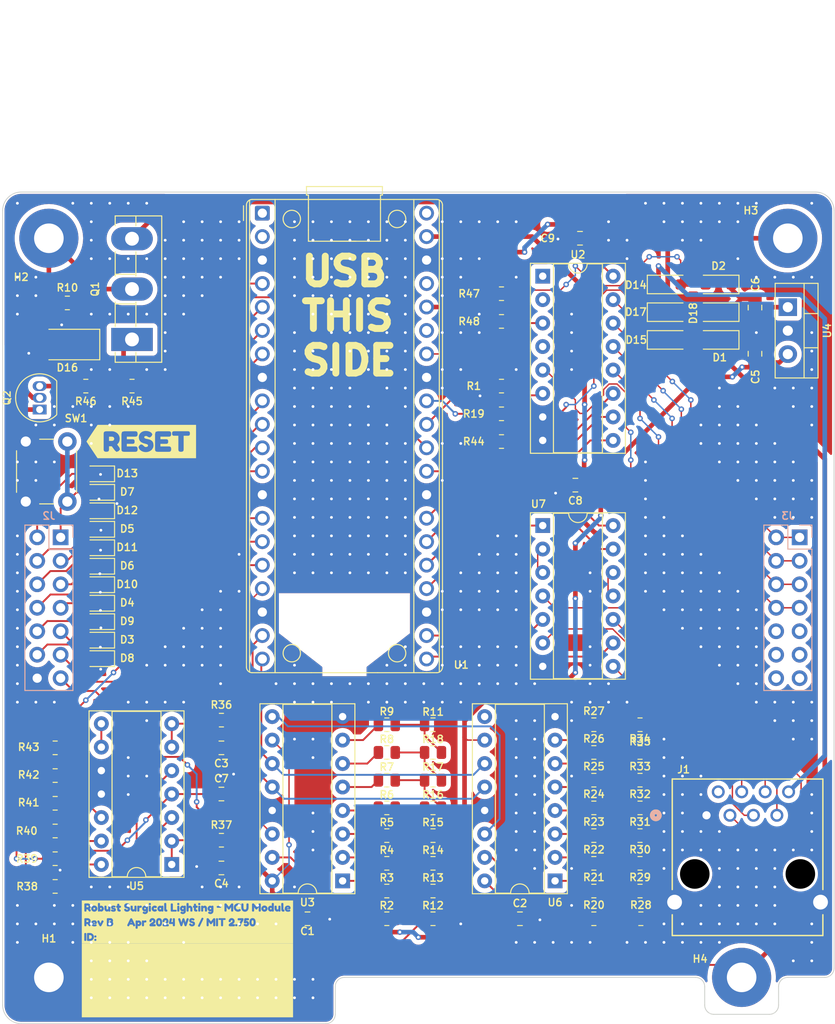
<source format=kicad_pcb>
(kicad_pcb (version 20240108) (generator "pcbnew") (generator_version "8.0")
  (title_block (company "Open Surgical Light Project - MIT Medical Device Design Spring 2024") (comment 1 "Drawn by: Edit author in Page Settings"))
  (layers (0 "F.Cu" signal) (31 "B.Cu" signal) (34 "B.Paste" user) (35 "F.Paste" user) (36 "B.SilkS" user "B.Silkscreen") (37 "F.SilkS" user "F.Silkscreen") (38 "B.Mask" user) (39 "F.Mask" user) (44 "Edge.Cuts" user))
  (property "AUTHOR" "Winnie Szeto")
  (property "PROJECT_REVISION" "A01")
  (property "PROJECT_TITLE" "MCU Module")
  (net 0 "")
  (net 1 "+5V")
  (net 2 "GND")
  (net 3 "/IRef_Buck")
  (net 4 "/VRef_Buck")
  (net 5 "Net-(U1-GPIO28_ADC2)")
  (net 7 "Net-(D1-K)")
  (net 8 "+3.3V")
  (net 9 "/12V_Wall")
  (net 10 "/12V_Battery")
  (net 12 "Net-(U2-~{E})")
  (net 14 "/Shift Register Based DAC 0/AnalogOut_Unbuffered")
  (net 15 "Net-(U3-QA)")
  (net 17 "Net-(U3-QB)")
  (net 18 "Net-(R12-Pad2)")
  (net 19 "Net-(R13-Pad2)")
  (net 20 "Net-(U3-QC)")
  (net 21 "Net-(U3-QD)")
  (net 22 "/ModuleENA")
  (net 23 "Net-(R14-Pad2)")
  (net 24 "Net-(R15-Pad2)")
  (net 25 "Net-(U3-QE)")
  (net 26 "Net-(R16-Pad2)")
  (net 27 "Net-(U3-QF)")
  (net 28 "Net-(U3-QG)")
  (net 30 "Net-(R17-Pad2)")
  (net 31 "Net-(R11-Pad2)")
  (net 32 "Net-(U3-QH)")
  (net 33 "Net-(U6-QA)")
  (net 34 "/Shift Register Based DAC 1/AnalogOut_Unbuffered")
  (net 35 "Net-(U6-QB)")
  (net 36 "Net-(R21-Pad2)")
  (net 37 "Net-(U6-QC)")
  (net 38 "Net-(R22-Pad2)")
  (net 39 "Net-(R23-Pad2)")
  (net 40 "Net-(U6-QD)")
  (net 41 "Net-(R24-Pad2)")
  (net 42 "Net-(U6-QE)")
  (net 43 "Net-(R25-Pad2)")
  (net 44 "Net-(U6-QF)")
  (net 45 "Net-(U6-QG)")
  (net 46 "Net-(R26-Pad2)")
  (net 47 "Net-(U6-QH)")
  (net 48 "Net-(R27-Pad2)")
  (net 49 "Net-(U5A--)")
  (net 50 "Net-(U5B--)")
  (net 51 "Net-(R38-Pad1)")
  (net 52 "/12V_Wall_Bad")
  (net 53 "Net-(U5D--)")
  (net 54 "Net-(U5D-+)")
  (net 55 "/PWM_Lights1")
  (net 56 "/S2")
  (net 57 "/DisableBackupPico")
  (net 58 "/OE_DISPLAY")
  (net 59 "SRCLK_DAC")
  (net 60 "/PowerModuleEna1")
  (net 61 "/AnalogMuxOut")
  (net 62 "/BoostEna1")
  (net 63 "/BoostEna2")
  (net 64 "/BatChgEna1")
  (net 65 "/DATA_DISPLAY")
  (net 66 "/SRCLK_DISPLAY")
  (net 67 "/S1")
  (net 68 "/DATA_DAC")
  (net 69 "/PowerModuleEna2")
  (net 70 "/PWM_Lights2")
  (net 71 "/RelaySelectHighPreference")
  (net 72 "RCLK_DAC")
  (net 73 "/BatChgEna2")
  (net 74 "/S0")
  (net 75 "/~{RCLK_DISPLAY}")
  (net 76 "/LightISense1")
  (net 77 "/LightISense2")
  (net 80 "/Shift Register Based DAC 0/DataOut")
  (net 81 "/11V_SOLAR")
  (net 82 "Net-(U5C--)")
  (net 83 "Net-(D14-K)")
  (net 84 "/Shift Register Based DAC 1/DataOut")
  (net 85 "/RCLK_5V")
  (net 86 "/SRCLK_5V")
  (net 87 "/DATA_5V")
  (net 88 "/OE_5V")
  (net 89 "/DIM")
  (net 91 "Net-(U7-Pad2)")
  (net 92 "Net-(U7-Pad11)")
  (net 93 "Net-(D16-K)")
  (net 94 "/15V_SOLAR")
  (net 95 "Net-(Q2-E)")
  (net 96 "Net-(U1-GPIO27_ADC1)")
  (net 97 "/SOLAR")
  (net 98 "/BoostVoltage_0.1x")
  (net 105 "/Mux2")
  (footprint "Resistor_SMD:R_0805_2012Metric" (layer "F.Cu") (at 143.5875 147.655)
    (property "Reference" "R13")
    (property "Value" "10k")
  )
  (footprint "Diode_SMD:D_SOD-123F" (layer "F.Cu") (at 169 85)
    (property "Reference" "D17")
    (property "Value" "1N5819W")
  )
  (footprint "Resistor_SMD:R_0805_2012Metric" (layer "F.Cu") (at 143.5875 129.655 180)
    (property "Reference" "R11")
    (property "Value" "20k")
  )
  (footprint "Resistor_SMD:R_0805_2012Metric" (layer "F.Cu") (at 143.5875 132.655)
    (property "Reference" "R18")
    (property "Value" "10k")
  )
  (footprint "Resistor_SMD:R_0805_2012Metric" (layer "F.Cu") (at 166 138.655)
    (property "Reference" "R32")
    (property "Value" "10k")
  )
  (footprint "Resistor_SMD:R_0805_2012Metric" (layer "F.Cu") (at 161 147.655)
    (property "Reference" "R21")
    (property "Value" "20k")
  )
  (footprint "Resistor_SMD:R_0805_2012Metric" (layer "F.Cu") (at 161 129.655)
    (property "Reference" "R27")
    (property "Value" "20k")
  )
  (footprint "Resistor_SMD:R_0805_2012Metric" (layer "F.Cu") (at 138.5875 147.655)
    (property "Reference" "R3")
    (property "Value" "20k")
  )
  (footprint "Resistor_SMD:R_0805_2012Metric" (layer "F.Cu") (at 166 147.655)
    (property "Reference" "R29")
    (property "Value" "10k")
  )
  (footprint "Diode_SMD:D_SOD-323F" (layer "F.Cu") (at 107.5 104.5 180)
    (property "Reference" "D7")
    (property "Value" "PESD3V3L1BA,115")
  )
  (footprint "Resistor_SMD:R_0805_2012Metric" (layer "F.Cu") (at 166 135.655)
    (property "Reference" "R33")
    (property "Value" "10k")
  )
  (footprint "Package_TO_SOT_THT:TO-220-3_Vertical" (layer "F.Cu") (at 182 84.46 -90)
    (property "Reference" "U4")
    (property "Value" "LM7805_TO220")
  )
  (footprint "Resistor_SMD:R_0805_2012Metric" (layer "F.Cu") (at 166.0875 150.655)
    (property "Reference" "R28")
    (property "Value" "10k")
  )
  (footprint "Resistor_SMD:R_0805_2012Metric" (layer "F.Cu") (at 138.5875 141.655)
    (property "Reference" "R5")
    (property "Value" "20k")
  )
  (footprint "Resistor_SMD:R_0805_2012Metric" (layer "F.Cu") (at 102.68 141.155 180)
    (property "Reference" "R40")
    (property "Value" "10k")
  )
  (footprint "Resistor_SMD:R_0805_2012Metric" (layer "F.Cu") (at 143.5875 141.655)
    (property "Reference" "R15")
    (property "Value" "10k")
  )
  (footprint "Resistor_SMD:R_0805_2012Metric" (layer "F.Cu") (at 161 150.655)
    (property "Reference" "R20")
    (property "Value" "20k")
  )
  (footprint "Capacitor_SMD:C_0805_2012Metric" (layer "F.Cu") (at 178.445 84.5 -90)
    (property "Reference" "C6")
    (property "Value" "1uF 50V,X7R ")
  )
  (footprint "Resistor_SMD:R_0805_2012Metric" (layer "F.Cu") (at 120.68 142.155)
    (property "Reference" "R37")
    (property "Value" "1k")
  )
  (footprint "Resistor_SMD:R_0805_2012Metric" (layer "F.Cu") (at 151 99)
    (property "Reference" "R44")
    (property "Value" "33k")
  )
  (footprint "Resistor_SMD:R_0805_2012Metric" (layer "F.Cu") (at 143.5875 150.655)
    (property "Reference" "R12")
    (property "Value" "10k")
  )
  (footprint "Modules_SurgicalLighting:RaspberryPi_Pico_Common_THT" (layer "F.Cu") (at 134 98.41)
    (property "Reference" "U1")
    (property "Value" "RaspberryPi_Pico")
  )
  (footprint "Diode_SMD:D_SOD-323F" (layer "F.Cu") (at 107.5 114.5 180)
    (property "Reference" "D10")
    (property "Value" "PESD3V3L1BA,115")
  )
  (footprint "Resistor_SMD:R_0805_2012Metric" (layer "F.Cu") (at 102.68 144.155)
    (property "Reference" "R39")
    (property "Value" "10k")
  )
  (footprint "Diode_SMD:D_SOD-323F" (layer "F.Cu") (at 107.5 122.5 180)
    (property "Reference" "D8")
    (property "Value" "PESD3V3L1BA,115")
  )
  (footprint "Package_DIP:DIP-14_W7.62mm_Socket" (layer "F.Cu") (at 115.3 144.78 180)
    (property "Reference" "U5")
    (property "Value" "LM324")
  )
  (footprint "Resistor_SMD:R_0805_2012Metric" (layer "F.Cu") (at 138.5875 138.655)
    (property "Reference" "R6")
    (property "Value" "20k")
  )
  (footprint "Resistor_SMD:R_0805_2012Metric" (layer "F.Cu") (at 166 141.655)
    (property "Reference" "R31")
    (property "Value" "10k")
  )
  (footprint "Capacitor_SMD:C_0805_2012Metric" (layer "F.Cu") (at 120.68 137.155)
    (property "Reference" "C7")
    (property "Value" "100nF 50V,X7R ")
  )
  (footprint "Diode_SMD:D_SOD-323F" (layer "F.Cu") (at 107.5 116.5 180)
    (property "Reference" "D4")
    (property "Value" "PESD3V3L1BA,115")
  )
  (footprint "Resistor_SMD:R_0805_2012Metric" (layer "F.Cu") (at 161 144.655)
    (property "Reference" "R22")
    (property "Value" "20k")
  )
  (footprint "Capacitor_SMD:C_0805_2012Metric" (layer "F.Cu") (at 153 150.655)
    (property "Reference" "C2")
    (property "Value" "100nF 50V,X7R ")
  )
  (footprint "Package_DIP:DIP-14_W7.62mm_Socket" (layer "F.Cu") (at 155.464751 108.095471)
    (property "Reference" "U7")
    (property "Value" "74HC14")
  )
  (footprint "Diode_SMD:D_SOD-323F" (layer "F.Cu") (at 107.5 102.5 180)
    (property "Reference" "D13")
    (property "Value" "PESD3V3L1BA,115")
  )
  (footprint "Capacitor_SMD:C_0805_2012Metric" (layer "F.Cu") (at 178.445 89.5 90)
    (property "Reference" "C5")
    (property "Value" "1uF 50V,X7R ")
  )
  (footprint "Resistor_SMD:R_0805_2012Metric" (layer "F.Cu") (at 138.5875 132.655)
    (property "Reference" "R8")
    (property "Value" "20k")
  )
  (footprint "Diode_SMD:D_SOD-323F" (layer "F.Cu") (at 107.5 118.5 180)
    (property "Reference" "D9")
    (property "Value" "PESD3V3L1BA,115")
  )
  (footprint "Diode_SMD:D_SOD-323F" (layer "F.Cu") (at 107.5 108.5 180)
    (property "Reference" "D5")
    (property "Value" "PESD3V3L1BA,115")
  )
  (footprint "Diode_SMD:D_SOD-123F" (layer "F.Cu") (at 169 88)
    (property "Reference" "D15")
    (property "Value" "1N5819W")
  )
  (footprint "Package_DIP:DIP-16_W7.62mm_Socket" (layer "F.Cu") (at 133.8 146.555 180)
    (property "Reference" "U3")
    (property "Value" "74HC595")
  )
  (footprint "Button_Switch_THT:SW_PUSH_6mm" (layer "F.Cu") (at 99.5 105.5 90)
    (property "Reference" "SW1")
    (property "Value" "SW_SPST")
  )
  (footprint "Resistor_SMD:R_0805_2012Metric" (layer "F.Cu") (at 138.5875 135.655)
    (property "Reference" "R7")
    (property "Value" "20k")
  )
  (footprint "Resistor_SMD:R_0805_2012Metric" (layer "F.Cu") (at 102.68 138.155 180)
    (property "Reference" "R41")
    (property "Value" "10k")
  )
  (footprint "MountingHole:MountingHole_3.2mm_M3_Pad_TopBottom" (layer "F.Cu") (at 102 77 180)
    (property "Reference" "H2")
    (property "Value" "M3 Hole")
  )
  (footprint "Package_TO_SOT_THT:TO-92_Inline" (layer "F.Cu") (at 101 95.54 90)
    (property "Reference" "Q2")
    (property "Value" "BC337")
  )
  (footprint "Resistor_SMD:R_0805_2012Metric" (layer "F.Cu") (at 143.5875 138.655)
    (property "Reference" "R16")
    (property "Value" "10k")
  )
  (footprint "MountingHole:MountingHole_3.2mm_M3_Pad_TopBottom" (layer "F.Cu") (at 102 157)
    (property "Reference" "H1")
    (property "Value" "M3 Hole")
  )
  (footprint "Resistor_SMD:R_0805_2012Metric" (layer "F.Cu") (at 120.68 129.155)
    (property "Reference" "R36")
    (property "Value" "1k")
  )
  (footprint "Resistor_SMD:R_0805_2012Metric" (layer "F.Cu") (at 151 86)
    (property "Reference" "R48")
    (property "Value" "10k")
  )
  (footprint "kibuzzard-662436D7" (layer "F.Cu") (at 117 151)
    (property "Reference" "kibuzzard-662436D7" (hide yes))
    (property "Value" "G***" (hide yes))
  )
  (footprint "Diode_SMD:D_SOD-123F" (layer "F.Cu") (at 174.5 82 180)
    (property "Reference" "D2")
    (property "Value" "1N5819W")
  )
  (footprint "Resistor_SMD:R_0805_2012Metric" (layer "F.Cu") (at 102.68 132.155 180)
    (property "Reference" "R43")
    (property "Value" "27k")
  )
  (footprint "Diode_SMD:D_SOD-123F" (layer "F.Cu") (at 174.5 85 180)
    (property "Reference" "D18")
    (property "Value" "1N5819W")
  )
  (footprint "Resistor_SMD:R_0805_2012Metric" (layer "F.Cu") (at 166 129.655 180)
    (property "Reference" "R35")
    (property "Value" "20k")
  )
  (footprint "Package_TO_SOT_THT:TO-3PB-3_Vertical" (layer "F.Cu") (at 111 87.95 90)
    (property "Reference" "Q1")
    (property "Value" "TIP35C")
  )
  (footprint "Package_DIP:DIP-16_W7.62mm_Socket" (layer "F.Cu") (at 155.464751 81.100471)
    (property "Reference" "U2")
    (property "Value" "74HC4051")
  )
  (footprint "Resistor_SMD:R_0805_2012Metric" (layer "F.Cu") (at 143.5875 135.655)
    (property "Reference" "R17")
    (property "Value" "10k")
  )
  (footprint "Package_DIP:DIP-16_W7.62mm_Socket" (layer "F.Cu") (at 156.8 146.555 180)
    (property "Reference" "U6")
    (property "Value" "74HC595")
  )
  (footprint "Resistor_SMD:R_0805_2012Metric" (layer "F.Cu") (at 104 84)
    (property "Reference" "R10")
    (property "Value" "10k")
  )
  (footprint "Connectors_SurgicalLighting:CONN_A-2014-2S-4-N-R_ASM" (layer "F.Cu") (at 173.19605 139.456101)
    (property "Reference" "J1")
    (property "Value" "RJ45_Shielded")
  )
  (footprint "kibuzzard-6626A9C6" (layer "F.Cu") (at 112 99)
    (property "Reference" "kibuzzard-6626A9C6" (hide yes))
    (property "Value" "G***" (hide yes))
  )
  (footprint "Diode_SMD:D_SOD-123F" (layer "F.Cu") (at 169 82)
    (property "Reference" "D14")
    (property "Value" "1N5819W")
  )
  (footprint "Resistor_SMD:R_0805_2012Metric" (layer "F.Cu") (at 151 96)
    (property "Reference" "R19")
    (property "Value" "10k")
  )
  (footprint "Capacitor_SMD:C_0805_2012Metric" (layer "F.Cu") (at 120.68 132.155 180)
    (property "Reference" "C3")
    (property "Value" "1uF 50V,X7R ")
  )
  (footprint "Capacitor_SMD:C_0805_2012Metric" (layer "F.Cu") (at 159 103.720471 180)
    (property "Reference" "C8")
    (property "Value" "100nF 50V,X7R ")
  )
  (footprint "Diode_SMD:D_SMA" (layer "F.Cu") (at 104 88.5 180)
    (property "Reference" "D16")
    (property "Value" "SMAZ15Z-13-F")
  )
  (footprint "Resistor_SMD:R_0805_2012Metric" (layer "F.Cu") (at 151 83)
    (property "Reference" "R47")
    (property "Value" "33k")
  )
  (footprint "Resistor_SMD:R_0805_2012Metric" (layer "F.Cu") (at 111 93 180)
    (property "Reference" "R45")
    (property "Value" "27k")
  )
  (footprint "Resistor_SMD:R_0805_2012Metric" (layer "F.Cu") (at 143.5875 144.655)
    (property "Reference" "R14")
    (property "Value" "10k")
  )
  (footprint "Resistor_SMD:R_0805_2012Metric" (layer "F.Cu") (at 161 141.655)
    (property "Reference" "R23")
    (property "Value" "20k")
  )
  (footprint "Diode_SMD:D_SOD-123F" (layer "F.Cu") (at 174.5 88 180)
    (property "Reference" "D1")
    (property "Value" "1N5819W")
  )
  (footprint "Resistor_SMD:R_0805_2012Metric" (layer "F.Cu") (at 161 135.655)
    (property "Reference" "R25")
    (property "Value" "20k")
  )
  (footprint "Diode_SMD:D_SOD-323F" (layer "F.Cu") (at 107.5 112.5 180)
    (property "Reference" "D6")
    (property "Value" "PESD3V3L1BA,115")
  )
  (footprint "Diode_SMD:D_SOD-323F" (layer "F.Cu") (at 107.5 106.5 180)
    (property "Reference" "D12")
    (property "Value" "PESD3V3L1BA,115")
  )
  (footprint "Resistor_SMD:R_0805_2012Metric" (layer "F.Cu") (at 102.68 147.155 180)
    (property "Reference" "R38")
    (property "Value" "4.7k")
  )
  (footprint "Resistor_SMD:R_0805_2012Metric" (layer "F.Cu") (at 102.68 135.155 180)
    (property "Reference" "R42")
    (property "Value" "10k")
  )
  (footprint "Diode_SMD:D_SOD-323F" (layer "F.Cu") (at 107.5 110.5 180)
    (property "Reference" "D11")
    (property "Value" "PESD3V3L1BA,115")
  )
  (footprint "Resistor_SMD:R_0805_2012Metric" (layer "F.Cu") (at 166 144.655)
    (property "Reference" "R30")
    (property "Value" "10k")
  )
  (footprint "Resistor_SMD:R_0805_2012Metric" (layer "F.Cu") (at 151 93 180)
    (property "Reference" "R1")
    (property "Value" "0")
  )
  (footprint "Resistor_SMD:R_0805_2012Metric" (layer "F.Cu") (at 138.5875 144.655)
    (property "Reference" "R4")
    (property "Value" "20k")
  )
  (footprint "Capacitor_SMD:C_0805_2012Metric" (layer "F.Cu") (at 130 150.655)
    (property "Reference" "C1")
    (property "Value" "100nF 50V,X7R ")
  )
  (footprint "Diode_SMD:D_SOD-323F" (layer "F.Cu") (at 107.5 120.5 180)
    (property "Reference" "D3")
    (property "Value" "PESD3V3L1BA,115")
  )
  (footprint "MountingHole:MountingHole_3.2mm_M3_Pad_TopBottom" (layer "F.Cu") (at 182 77 180)
    (property "Reference" "H3")
    (property "Value" "M3 Hole")
  )
  (footprint "Resistor_SMD:R_0805_2012Metric" (layer "F.Cu") (at 161 132.655)
    (property "Reference" "R26")
    (property "Value" "20k")
  )
  (footprint "Resistor_SMD:R_0805_2012Metric" (layer "F.Cu") (at 138.5875 129.655)
    (property "Reference" "R9")
    (property "Value" "20k")
  )
  (footprint "Resistor_SMD:R_0805_2012Metric" (layer "F.Cu") (at 138.5875 150.655)
    (property "Reference" "R2")
    (property "Value" "20k")
  )
  (footprint "MountingHole:MountingHole_3.2mm_M3_Pad_TopBottom" (layer "F.Cu") (at 177 157)
    (property "Reference" "H4")
    (property "Value" "M3 Hole")
  )
  (footprint "Resistor_SMD:R_0805_2012Metric" (layer "F.Cu") (at 161 138.655)
    (property "Reference" "R24")
    (property "Value" "20k")
  )
  (footprint "Resistor_SMD:R_0805_2012Metric" (layer "F.Cu") (at 166 132.655)
    (property "Reference" "R34")
    (property "Value" "10k")
  )
  (footprint "Resistor_SMD:R_0805_2012Metric" (layer "F.Cu") (at 106 93 180)
    (property "Reference" "R46")
    (property "Value" "10k")
  )
  (footprint "Capacitor_SMD:C_0805_2012Metric" (layer "F.Cu") (at 159.5 77 180)
    (property "Reference" "C9")
    (property "Value" "100nF 50V,X7R ")
  )
  (footprint "Capacitor_SMD:C_0805_2012Metric" (layer "F.Cu") (at 120.68 145.155 180)
    (property "Reference" "C4")
    (property "Value" "1uF 50V,X7R ")
  )
  (footprint "Connector_PinHeader_2.54mm:PinHeader_2x07_P2.54mm_Vertical" (layer "B.Cu") (at 183.275 109.375 180)
    (property "Reference" "J3")
    (property "Value" "2x7 P2.54mm")
  )
  (footprint "Connector_PinHeader_2.54mm:PinHeader_2x07_P2.54mm_Vertical" (layer "B.Cu") (at 103.275 109.375 180)
    (property "Reference" "J2")
    (property "Value" "2x7 P2.54mm")
  )
  (gr_rect (start 105.564614 153.321798) (end 128.435386 161.321798) (fill solid) (layer "F.SilkS"))
  (gr_line (start 172 157) (end 134 157) (stroke (width 0.1)) (layer "Edge.Cuts"))
  (gr_arc (start 181 158) (mid 181.292893 157.292893) (end 182 157) (stroke (width 0.1)) (layer "Edge.Cuts"))
  (gr_arc (start 181.000001 160.000001) (mid 180.707108 160.707108) (end 180.000001 161.000001) (stroke (width 0.1)) (layer "Edge.Cuts"))
  (gr_arc (start 172 157) (mid 172.707107 157.292893) (end 173 158) (stroke (width 0.1)) (layer "Edge.Cuts"))
  (gr_line (start 181 158) (end 181.000001 160.000001) (stroke (width 0.1)) (layer "Edge.Cuts"))
  (gr_line (start 97 74) (end 97 160) (stroke (width 0.1)) (layer "Edge.Cuts"))
  (gr_arc (start 174 161) (mid 173.292893 160.707107) (end 173 160) (stroke (width 0.1)) (layer "Edge.Cuts"))
  (gr_arc (start 99 162) (mid 97.585786 161.414214) (end 97 160) (stroke (width 0.1)) (layer "Edge.Cuts"))
  (gr_line (start 133 158) (end 133 161) (stroke (width 0.1)) (layer "Edge.Cuts"))
  (gr_arc (start 97 74) (mid 97.585786 72.585786) (end 99 72) (stroke (width 0.1)) (layer "Edge.Cuts"))
  (gr_line (start 180 161) (end 174 161) (stroke (width 0.1)) (layer "Edge.Cuts"))
  (gr_arc (start 133 161) (mid 132.707107 161.707107) (end 132 162) (stroke (width 0.1)) (layer "Edge.Cuts"))
  (gr_line (start 99 162) (end 132 162) (stroke (width 0.1)) (layer "Edge.Cuts"))
  (gr_arc (start 133 158) (mid 133.292893 157.292893) (end 134 157) (stroke (width 0.1)) (layer "Edge.Cuts"))
  (gr_line (start 186 157) (end 182 157) (stroke (width 0.1)) (layer "Edge.Cuts"))
  (gr_arc (start 187 156) (mid 186.707107 156.707107) (end 186 157) (stroke (width 0.1)) (layer "Edge.Cuts"))
  (gr_line (start 173 158) (end 173 160) (stroke (width 0.1)) (layer "Edge.Cuts"))
  (gr_arc (start 185 72) (mid 186.414214 72.585786) (end 187 74) (stroke (width 0.1)) (layer "Edge.Cuts"))
  (gr_line (start 187 156) (end 187 74) (stroke (width 0.1)) (layer "Edge.Cuts"))
  (gr_line (start 185 72) (end 99 72) (stroke (width 0.1)) (layer "Edge.Cuts"))
  (gr_text "USB\nTHIS \nSIDE" (at 129 92 0) (layer "F.SilkS") (effects (font (size 3 3) (thickness 0.75) (bold yes)) (justify left bottom)))
  (segment (start 109.3604 143.2946) (end 110.5 142.155) (width 0.2032) (layer "F.Cu") (net 1))
  (segment (start 159.95 101.05) (end 160 101) (width 0.5) (layer "F.Cu") (net 1))
  (segment (start 154.32 76.82) (end 142.89 76.82) (width 0.5) (layer "F.Cu") (net 1))
  (segment (start 128 133.135) (end 126.18 131.315) (width 0.153) (layer "F.Cu") (net 1))
  (segment (start 142 152.655) (end 150.3 152.655) (width 0.5) (layer "F.Cu") (net 1))
  (segment (start 126.18 146.555) (end 126.18 147.785) (width 0.5) (layer "F.Cu") (net 1))
  (segment (start 161.75 107) (end 161.75 102.75) (width 0.5) (layer "F.Cu") (net 1))
  (segment (start 147 148.355) (end 149.3 150.655) (width 0.5) (layer "F.Cu") (net 1))
  (segment (start 152.05 150.905) (end 152.05 150.655) (width 0.5) (layer "F.Cu") (net 1))
  (segment (start 119.73 137.155) (end 115.305 137.155) (width 0.2032) (layer "F.Cu") (net 1))
  (segment (start 147 131) (end 147.315 131.315) (width 0.153) (layer "F.Cu") (net 1))
  (segment (start 119.73 137.885) (end 123 141.155) (width 0.5) (layer "F.Cu") (net 1))
  (segment (start 147 131) (end 147 129.855) (width 0.5) (layer "F.Cu") (net 1))
  (segment (start 160 106.540471) (end 160 104.000471) (width 0.2032) (layer "F.Cu") (net 1))
  (segment (start 178.445 90.45) (end 181.09 90.45) (width 0.5) (layer "F.Cu") (net 1))
  (segment (start 160 104.000471) (end 159.72 103.720471) (width 0.2032) (layer "F.Cu") (net 1))
  (segment (start 150.3 152.655) (end 152.05 150.905) (width 0.5) (layer "F.Cu") (net 1))
  (segment (start 161.75 102.75) (end 160.779529 103.720471) (width 0.5) (layer "F.Cu") (net 1))
  (segment (start 115.305 137.155) (end 115.3 137.16) (width 0.2032) (layer "F.Cu") (net 1))
  (segment (start 147.315 131.315) (end 149.18 131.315) (width 0.153) (layer "F.Cu") (net 1))
  (segment (start 147 131) (end 147 148.355) (width 0.5) (layer "F.Cu") (net 1))
  (segment (start 149.753701 126.5) (end 156.5 126.5) (width 0.5) (layer "F.Cu") (net 1))
  (segment (start 159 116) (end 159 110) (width 0.5) (layer "F.Cu") (net 1))
  (segment (start 152.05 149.425) (end 149.18 146.555) (width 0.2032) (layer "F.Cu") (net 1))
  (segment (start 160.779529 103.720471) (end 159.95 103.720471) (width 0.5) (layer "F.Cu") (net 1))
  (segment (start 149.3 150.655) (end 152.05 150.655) (width 0.5) (layer "F.Cu") (net 1))
  (segment (start 156.5 126.5) (end 159 124) (width 0.5) (layer "F.Cu") (net 1))
  (segment (start 102.02554 141.155) (end 104.16514 143.2946) (width 0.2032) (layer "F.Cu") (net 1))
  (segment (start 149.753701 126.5) (end 147 129.253701) (width 0.5) (layer "F.Cu") (net 1))
  (segment (start 172.5 92) (end 176 92) (width 0.5) (layer "F.Cu") (net 1))
  (segment (start 126.18 147.785) (end 129.05 150.655) (width 0.5) (layer "F.Cu") (net 1))
  (segment (start 160 95) (end 160 82.5) (width 0.5) (layer "F.Cu") (net 1))
  (segment (start 159.95 103.720471) (end 159.95 101.05) (width 0.5) (layer "F.Cu") (net 1))
  (segment (start 123 143.375) (end 126.18 146.555) (width 0.5) (layer "F.Cu") (net 1))
  (segment (start 101.7675 141.155) (end 102.02554 141.155) (width 0.2032) (layer "F.Cu") (net 1))
  (segment (start 112.5 139.96) (end 115.3 137.16) (width 0.2032) (layer "F.Cu") (net 1))
  (segment (start 123 141.155) (end 123 143.375) (width 0.5) (layer "F.Cu") (net 1))
  (segment (start 161.75 102.75) (end 172.5 92) (width 0.5) (layer "F.Cu") (net 1))
  (segment (start 181.09 90.45) (end 182 89.54) (width 0.5) (layer "F.Cu") (net 1))
  (segment (start 129.05 150.655) (end 130.4954 152.1004) (width 0.5) (layer "F.Cu") (net 1))
  (segment (start 177.047097 90.952903) (end 177.942097 90.952903) (width 0.5) (layer "F.Cu") (net 1))
  (segment (start 160 82.5) (end 154.32 76.82) (width 0.5) (layer "F.Cu") (net 1))
  (segment (start 119.73 137.155) (end 119.73 137.885) (width 0.5) (layer "F.Cu") (net 1))
  (segment (start 130.4954 152.1004) (end 140 152.1004) (width 0.5) (layer "F.Cu") (net 1))
  (segment (start 128 142.655) (end 128 133.135) (width 0.153) (layer "F.Cu") (net 1))
  (segment (start 104.16514 143.2946) (end 109.3604 143.2946) (width 0.2032) (layer "F.Cu") (net 1))
  (segment (start 161.555 108.095471) (end 160 106.540471) (width 0.2032) (layer "F.Cu") (net 1))
  (segment (start 147 129.253701) (end 147 129.855) (width 0.5) (layer "F.Cu") (net 1))
  (segment (start 177.942097 90.952903) (end 178.445 90.45) (width 0.5) (layer "F.Cu") (net 1))
  (segment (start 162.54 108.095471) (end 161.555 108.095471) (width 0.2032) (layer "F.Cu") (net 1))
  (segment (start 152.05 150.655) (end 152.05 149.425) (width 0.2032) (layer "F.Cu") (net 1))
  (via (at 142 152.655) (size 0.6) (drill 0.3) (layers "F.Cu" "B.Cu") (net 1))
  (via (at 159 116) (size 0.6) (drill 0.3) (layers "F.Cu" "B.Cu") (net 1))
  (via (at 112.5 139.96) (size 0.6) (drill 0.3) (layers "F.Cu" "B.Cu") (net 1))
  (via (at 159 124) (size 0.6) (drill 0.3) (layers "F.Cu" "B.Cu") (net 1))
  (via (at 128 142.655) (size 0.6) (drill 0.3) (layers "F.Cu" "B.Cu") (net 1))
  (via (at 140 152.1004) (size 0.6) (drill 0.3) (layers "F.Cu" "B.Cu") (net 1))
  (via (at 110.5 142.155) (size 0.6) (drill 0.3) (layers "F.Cu" "B.Cu") (net 1))
  (via (at 161.75 107) (size 0.6) (drill 0.3) (layers "F.Cu" "B.Cu") (net 1))
  (via (at 160 101) (size 0.6) (drill 0.3) (layers "F.Cu" "B.Cu") (net 1))
  (via (at 159 110) (size 0.6) (drill 0.3) (layers "F.Cu" "B.Cu") (net 1))
  (via (at 177.047097 90.952903) (size 0.6) (drill 0.3) (layers "F.Cu" "B.Cu") (net 1))
  (via (at 160 95) (size 0.6) (drill 0.3) (layers "F.Cu" "B.Cu") (net 1))
  (via (at 176 92) (size 0.6) (drill 0.3) (layers "F.Cu" "B.Cu") (net 1))
  (segment (start 128 142.655) (end 128 144.735) (width 0.153) (layer "B.Cu") (net 1))
  (segment (start 128 144.735) (end 126.18 146.555) (width 0.153) (layer "B.Cu") (net 1))
  (segment (start 112.5 140.155) (end 110.5 142.155) (width 0.2032) (layer "B.Cu") (net 1))
  (segment (start 161.75 107) (end 161.75 107.25) (width 0.5) (layer "B.Cu") (net 1))
  (segment (start 159 124) (end 159 123) (width 0.5) (layer "B.Cu") (net 1))
  (segment (start 112.5 139.96) (end 112.5 140.155) (width 0.2032) (layer "B.Cu") (net 1))
  (segment (start 159 123) (end 159 116) (width 0.5) (layer "B.Cu") (net 1))
  (segment (start 140 152.1004) (end 141.4454 152.1004) (width 0.5) (layer "B.Cu") (net 1))
  (segment (start 160 101) (end 160 95) (width 0.5) (layer "B.Cu") (net 1))
  (segment (start 141.4454 152.1004) (end 142 152.655) (width 0.5) (layer "B.Cu") (net 1))
  (segment (start 176 92) (end 177.047097 90.952903) (width 0.5) (layer "B.Cu") (net 1))
  (segment (start 161.75 107.25) (end 159 110) (width 0.5) (layer "B.Cu") (net 1))
  (segment (start 107.631061 119.168591) (end 107.931409 119.168591) (width 0.2032) (layer "F.Cu") (net 2))
  (segment (start 108.154619 104.5) (end 107.427247 105.227372) (width 0.2032) (layer "F.Cu") (net 2))
  (segment (start 107.791933 113.308067) (end 108.6 112.5) (width 0.2032) (layer "F.Cu") (net 2))
  (segment (start 107.51989 113.308067) (end 107.791933 113.308067) (width 0.2032) (layer "F.Cu") (net 2))
  (segment (start 107.58474 117.278673) (end 107.821327 117.278673) (width 0.2032) (layer "F.Cu") (net 2))
  (segment (start 107.931409 119.168591) (end 108.6 118.5) (width 0.2032) (layer "F.Cu") (net 2))
  (segment (start 107.842828 121.257172) (end 108.6 120.5) (width 0.2032) (layer "F.Cu") (net 2))
  (segment (start 107.821327 117.278673) (end 108.6 116.5) (width 0.2032) (layer "F.Cu") (net 2))
  (segment (start 108.6 104.5) (end 108.154619 104.5) (width 0.2032) (layer "F.Cu") (net 2))
  (segment (start 107.575476 121.257172) (end 107.842828 121.257172) (width 0.2032) (layer "F.Cu") (net 2))
  (segment (start 107.566211 115.309157) (end 107.790843 115.309157) (width 0.2032) (layer "F.Cu") (net 2))
  (segment (start 107.790843 115.309157) (end 108.6 114.5) (width 0.2032) (layer "F.Cu") (net 2))
  (via (at 110.59175 153.21) (size 0.6) (drill 0.3) (layers "F.Cu" "B.Cu") (net 2))
  (via (at 128.59175 93.21) (size 0.6) (drill 0.3) (layers "F.Cu" "B.Cu") (net 2))
  (via (at 130.59175 141.21) (size 0.6) (drill 0.3) (layers "F.Cu" "B.Cu") (net 2))
  (via (at 98.59175 117.21) (size 0.6) (drill 0.3) (layers "F.Cu" "B.Cu") (net 2))
  (via (at 128.59175 131.21) (size 0.6) (drill 0.3) (layers "F.Cu" "B.Cu") (net 2))
  (via (at 174.59175 73.21) (size 0.6) (drill 0.3) (layers "F.Cu" "B.Cu") (net 2))
  (via (at 138.59175 109.21) (size 0.6) (drill 0.3) (layers "F.Cu" "B.Cu") (net 2))
  (via (at 140.59175 107.21) (size 0.6) (drill 0.3) (layers "F.Cu" "B.Cu") (net 2))
  (via (at 146.59175 87.21) (size 0.6) (drill 0.3) (layers "F.Cu" "B.Cu") (net 2))
  (via (at 130.59175 125.21) (size 0.6) (drill 0.3) (layers "F.Cu" "B.Cu") (net 2))
  (via (at 134.59175 93.21) (size 0.6) (drill 0.3) (layers "F.Cu" "B.Cu") (net 2))
  (via (at 166.59175 103.21) (size 0.6) (drill 0.3) (layers "F.Cu" "B.Cu") (net 2))
  (via (at 166.59175 107.21) (size 0.6) (drill 0.3) (layers "F.Cu" "B.Cu") (net 2))
  (via (at 140.59175 101.21) (size 0.6) (drill 0.3) (layers "F.Cu" "B.Cu") (net 2))
  (via (at 136.59175 77.21) (size 0.6) (drill 0.3) (layers "F.Cu" "B.Cu") (net 2))
  (via (at 138.59175 97.21) (size 0.6) (drill 0.3) (layers "F.Cu" "B.Cu") (net 2))
  (via (at 98.59175 149.21) (size 0.6) (drill 0.3) (layers "F.Cu" "B.Cu") (net 2))
  (via (at 152.59175 143.21) (size 0.6) (drill 0.3) (layers "F.Cu" "B.Cu") (net 2))
  (via (at 138.59175 99.21) (size 0.6) (drill 0.3) (layers "F.Cu" "B.Cu") (net 2))
  (via (at 184.59175 155.21) (size 0.6) (drill 0.3) (layers "F.Cu" "B.Cu") (net 2))
  (via (at 132.59175 87.21) (size 0.6) (drill 0.3) (layers "F.Cu" "B.Cu") (net 2))
  (via (at 156.59175 153.21) (size 0.6) (drill 0.3) (layers "F.Cu" "B.Cu") (net 2))
  (via (at 130.59175 101.21) (size 0.6) (drill 0.3) (layers "F.Cu" "B.Cu") (net 2))
  (via (at 110.59175 73.21) (size 0.6) (drill 0.3) (layers "F.Cu" "B.Cu") (net 2))
  (via (at 106.59175 147.21) (size 0.6) (drill 0.3) (layers "F.Cu" "B.Cu") (net 2))
  (via (at 152.59175 75.21) (size 0.6) (drill 0.3) (layers "F.Cu" "B.Cu") (net 2))
  (via (at 148.677609 94.057754) (size 0.6) (drill 0.3) (layers "F.Cu" "B.Cu") (net 2))
  (via (at 176.59175 147.21) (size 0.6) (drill 0.3) (layers "F.Cu" "B.Cu") (net 2))
  (via (at 140.59175 81.21) (size 0.6) (drill 0.3) (layers "F.Cu" "B.Cu") (net 2))
  (via (at 174.59175 95.21) (size 0.6) (drill 0.3) (layers "F.Cu" "B.Cu") (net 2))
  (via (at 138.59175 83.21) (size 0.6) (drill 0.3) (layers "F.Cu" "B.Cu") (net 2))
  (via (at 103.215384 145.391426) (size 0.6) (drill 0.3) (layers "F.Cu" "B.Cu") (net 2))
  (via (at 128.59175 99.21) (size 0.6) (drill 0.3) (layers "F.Cu" "B.Cu") (net 2))
  (via (at 100.59175 101.21) (size 0.6) (drill 0.3) (layers "F.Cu" "B.Cu") (net 2))
  (via (at 116.59175 153.21) (size 0.6) (drill 0.3) (layers "F.Cu" "B.Cu") (net 2))
  (via (at 142.59175 127.21) (size 0.6) (drill 0.3) (layers "F.Cu" "B.Cu") (net 2))
  (via (at 150.59175 121.21) (size 0.6) (drill 0.3) (layers "F.Cu" "B.Cu") (net 2))
  (via (at 134.59175 89.21) (size 0.6) (drill 0.3) (layers "F.Cu" "B.Cu") (net 2))
  (via (at 170.59175 135.21) (size 0.6) (drill 0.3) (layers "F.Cu" "B.Cu") (net 2))
  (via (at 178.59175 145.21) (size 0.6) (drill 0.3) (layers "F.Cu" "B.Cu") (net 2))
  (via (at 98.59175 127.21) (size 0.6) (drill 0.3) (layers "F.Cu" "B.Cu") (net 2))
  (via (at 162.59175 127.21) (size 0.6) (drill 0.3) (layers "F.Cu" "B.Cu") (net 2))
  (via (at 152.59175 137.21) (size 0.6) (drill 0.3) (layers "F.Cu" "B.Cu") (net 2))
  (via (at 110.59175 147.21) (size 0.6) (drill 0.3) (layers "F.Cu" "B.Cu") (net 2))
  (via (at 130.59175 79.21) (size 0.6) (drill 0.3) (layers "F.Cu" "B.Cu") (net 2))
  (via (at 98.59175 115.21) (size 0.6) (drill 0.3) (layers "F.Cu" "B.Cu") (net 2))
  (via (at 136.59175 75.21) (size 0.6) (drill 0.3) (layers "F.Cu" "B.Cu") (net 2))
  (via (at 114.59175 79.21) (size 0.6) (drill 0.3) (layers "F.Cu" "B.Cu") (net 2))
  (via (at 132.59175 75.21) (size 0.6) (drill 0.3) (layers "F.Cu" "B.Cu") (net 2))
  (via (at 140.59175 123.21) (size 0.6) (drill 0.3) (layers "F.Cu" "B.Cu") (net 2))
  (via (at 168.59175 117.21) (size 0.6) (drill 0.3) (layers "F.Cu" "B.Cu") (net 2))
  (via (at 168.59175 137.21) (size 0.6) (drill 0.3) (layers "F.Cu" "B.Cu") (net 2))
  (via (at 180.59175 143.21) (size 0.6) (drill 0.3) (layers "F.Cu" "B.Cu") (net 2))
  (via (at 152.59175 133.21) (size 0.6) (drill 0.3) (layers "F.Cu" "B.Cu") (net 2))
  (via (at 174.59175 101.21) (size 0.6) (drill 0.3) (layers "F.Cu" "B.Cu") (net 2))
  (via (at 132.404538 150.701413) (size 0.6) (drill 0.3) (layers "F.Cu" "B.Cu") (net 2))
  (via (at 108.59175 147.21) (size 0.6) (drill 0.3) (layers "F.Cu" "B.Cu") (net 2))
  (via (at 107.594004 110.759198) (size 0.6) (drill 0.3) (layers "F.Cu" "B.Cu") (net 2))
  (via (at 132.59175 99.21) (size 0.6) (drill 0.3) (layers "F.Cu" "B.Cu") (net 2))
  (via (at 176.59175 125.21) (size 0.6) (drill 0.3) (layers "F.Cu" "B.Cu") (net 2))
  (via (at 140.59175 113.21) (size 0.6) (drill 0.3) (layers "F.Cu" "B.Cu") (net 2))
  (via (at 176.59175 103.21) (size 0.6) (drill 0.3) (layers "F.Cu" "B.Cu") (net 2))
  (via (at 148.59175 123.21) (size 0.6) (drill 0.3) (layers "F.Cu" "B.Cu") (net 2))
  (via (at 146.59175 125.21) (size 0.6) (drill 0.3) (layers "F.Cu" "B.Cu") (net 2))
  (via (at 138.59175 79.21) (size 0.6) (drill 0.3) (layers "F.Cu" "B.Cu") (net 2))
  (via (at 160.59175 153.21) (size 0.6) (drill 0.3) (layers "F.Cu" "B.Cu") (net 2))
  (via (at 178.59175 101.21) (size 0.6) (drill 0.3) (layers "F.Cu" "B.Cu") (net 2))
  (via (at 140.59175 95.21) (size 0.6) (drill 0.3) (layers "F.Cu" "B.Cu") (net 2))
  (via (at 174.59175 97.21) (size 0.6) (drill 0.3) (layers "F.Cu" "B.Cu") (net 2))
  (via (at 152.59175 81.21) (size 0.6) (drill 0.3) (layers "F.Cu" "B.Cu") (net 2))
  (via (at 116.59175 119.21) (size 0.6) (drill 0.3) (layers "F.Cu" "B.Cu") (net 2))
  (via (at 144.59175 75.21) (size 0.6) (drill 0.3) (layers "F.Cu" "B.Cu") (net 2))
  (via (at 146.59175 115.21) (size 0.6) (drill 0.3) (layers "F.Cu" "B.Cu") (net 2))
  (via (at 136.59175 127.21) (size 0.6) (drill 0.3) (layers "F.Cu" "B.Cu") (net 2))
  (via (at 144.59175 127.21) (size 0.6) (drill 0.3) (layers "F.Cu" "B.Cu") (net 2))
  (via (at 116.59175 85.21) (size 0.6) (drill 0.3) (layers "F.Cu" "B.Cu") (net 2))
  (via (at 116.59175 75.21) (size 0.6) (drill 0.3) (layers "F.Cu" "B.Cu") (net 2))
  (via (at 110.59175 155.21) (size 0.6) (drill 0.3) (layers "F.Cu" "B.Cu") (net 2))
  (via (at 180.59175 147.21) (size 0.6) (drill 0.3) (layers "F.Cu" "B.Cu") (net 2))
  (via (at 140.59175 111.21) (size 0.6) (drill 0.3) (layers "F.Cu" "B.Cu") (net 2))
  (via (at 184.59175 137.21) (size 0.6) (drill 0.3) (layers "F.Cu" "B.Cu") (net 2))
  (via (at 138.59175 85.21) (size 0.6) (drill 0.3) (layers "F.Cu" "B.Cu") (net 2))
  (via (at 140.59175 125.21) (size 0.6) (drill 0.3) (layers "F.Cu" "B.Cu") (net 2))
  (via (at 126.59175 157.21) (size 0.6) (drill 0.3) (layers "F.Cu" "B.Cu") (net 2))
  (via (at 158.59175 87.21) (size 0.6) (drill 0.3) (layers "F.Cu" "B.Cu") (net 2))
  (via (at 114.59175 83.21) (size 0.6) (drill 0.3) (layers "F.Cu" "B.Cu") (net 2))
  (via (at 118.59175 157.21) (size 0.6) (drill 0.3) (layers "F.Cu" "B.Cu") (net 2))
  (via (at 164.59175 79.21) (size 0.6) (drill 0.3) (layers "F.Cu" "B.Cu") (net 2))
  (via (at 120.59175 117.21) (size 0.6) (drill 0.3) (layers "F.Cu" "B.Cu") (net 2))
  (via (at 118.59175 79.21) (size 0.6) (drill 0.3) (layers "F.Cu" "B.Cu") (net 2))
  (via (at 146.59175 79.21) (size 0.6) (drill 0.3) (layers "F.Cu" "B.Cu") (net 2))
  (via (at 180.59175 101.21) (size 0.6) (drill 0.3) (layers "F.Cu" "B.Cu") (net 2))
  (via (at 124.59175 149.21) (size 0.6) (drill 0.3) (layers "F.Cu" "B.Cu") (net 2))
  (via (at 122.59175 157.21) (size 0.6) (drill 0.3) (layers "F.Cu" "B.Cu") (net 2))
  (via (at 110.59175 85.21) (size 0.6) (drill 0.3) (layers "F.Cu" "B.Cu") (net 2))
  (via (at 178.59175 103.21) (size 0.6) (drill 0.3) (layers "F.Cu" "B.Cu") (net 2))
  (via (at 108.59175 79.21) (size 0.6) (drill 0.3) (layers "F.Cu" "B.Cu") (net 2))
  (via (at 172.59175 151.21) (size 0.6) (drill 0.3) (layers "F.Cu" "B.Cu") (net 2))
  (via (at 132.59175 93.21) (size 0.6) (drill 0.3) (layers "F.Cu" "B.Cu") (net 2))
  (via (at 154.59175 153.21) (size 0.6) (drill 0.3) (layers "F.Cu" "B.Cu") (net 2))
  (via (at 176.59175 95.21) (size 0.6) (drill 0.3) (layers "F.Cu" "B.Cu") (net 2))
  (via (at 168.59175 139.21) (size 0.6) (drill 0.3) (layers "F.Cu" "B.Cu") (net 2))
  (via (at 120.59175 121.21) (size 0.6) (drill 0.3) (layers "F.Cu" "B.Cu") (net 2))
  (via (at 168.59175 151.21) (size 0.6) (drill 0.3) (layers "F.Cu" "B.Cu") (net 2))
  (via (at 99.826766 89.448192) (size 0.6) (drill 0.3) (layers "F.Cu" "B.Cu") (net 2))
  (via (at 136.59175 105.21) (size 0.6) (drill 0.3) (layers "F.Cu" "B.Cu") (net 2))
  (via (at 132.59175 91.21) (size 0.6) (drill 0.3) (layers "F.Cu" "B.Cu") (net 2))
  (via (at 160.59175 115.21) (size 0.6) (drill 0.3) (layers "F.Cu" "B.Cu") (net 2))
  (via (at 118.59175 75.21) (size 0.6) (drill 0.3) (layers "F.Cu" "B.Cu") (net 2))
  (via (at 152.59175 113.21) (size 0.6) (drill 0.3) (layers "F.Cu" "B.Cu") (net 2))
  (via (at 138.59175 125.21) (size 0.6) (drill 0.3) (layers "F.Cu" "B.Cu") (net 2))
  (via (at 158.59175 127.21) (size 0.6) (drill 0.3) (layers "F.Cu" "B.Cu") (net 2))
  (via (at 178.59175 87.21) (size 0.6) (drill 0.3) (layers "F.Cu" "B.Cu") (net 2))
  (via (at 120.59175 157.21) (size 0.6) (drill 0.3) (layers "F.Cu" "B.Cu") (net 2))
  (via (at 152.59175 117.21) (size 0.6) (drill 0.3) (layers "F.Cu" "B.Cu") (net 2))
  (via (at 106.59175 159.21) (size 0.6) (drill 0.3) (layers "F.Cu" "B.Cu") (net 2))
  (via (at 168.59175 143.21) (size 0.6) (drill 0.3) (layers "F.Cu" "B.Cu") (net 2))
  (via (at 102.59175 95.21) (size 0.6) (drill 0.3) (layers "F.Cu" "B.Cu") (net 2))
  (via (at 146.59175 123.21) (size 0.6) (drill 0.3) (layers "F.Cu" "B.Cu") (net 2))
  (via (at 168.59175 153.21) (size 0.6) (drill 0.3) (layers "F.Cu" "B.Cu") (net 2))
  (via (at 130.59175 131.21) (size 0.6) (drill 0.3) (layers "F.Cu" "B.Cu") (net 2))
  (via (at 108.59175 73.21) (size 0.6) (drill 0.3) (layers "F.Cu" "B.Cu") (net 2))
  (via (at 146.59175 117.21) (size 0.6) (drill 0.3) (layers "F.Cu" "B.Cu") (net 2))
  (via (at 108.59175 153.21) (size 0.6) (drill 0.3) (layers "F.Cu" "B.Cu") (net 2))
  (via (at 172.59175 97.21) (size 0.6) (drill 0.3) (layers "F.Cu" "B.Cu") (net 2))
  (via (at 130.59175 91.21) (size 0.6) (drill 0.3) (layers "F.Cu" "B.Cu") (net 2))
  (via (at 114.59175 77.21) (size 0.6) (drill 0.3) (layers "F.Cu" "B.Cu") (net 2))
  (via (at 166.59175 105.21) (size 0.6) (drill 0.3) (layers "F.Cu" "B.Cu") (net 2))
  (via (at 130.59175 95.21) (size 0.6) (drill 0.3) (layers "F.Cu" "B.Cu") (net 2))
  (via (at 112.59175 129.21) (size 0.6) (drill 0.3) (layers "F.Cu" "B.Cu") (net 2))
  (via (at 160.59175 127.21) (size 0.6) (drill 0.3) (layers "F.Cu" "B.Cu") (net 2))
  (via (at 100.59175 81.21) (size 0.6) (drill 0.3) (layers "F.Cu" "B.Cu") (net 2))
  (via (at 128.59175 157.21) (size 0.6) (drill 0.3) (layers "F.Cu" "B.Cu") (net 2))
  (via (at 106.59175 85.21) (size 0.6) (drill 0.3) (layers "F.Cu" "B.Cu") (net 2))
  (via (at 172.59175 119.21) (size 0.6) (drill 0.3) (layers "F.Cu" "B.Cu") (net 2))
  (via (at 180.59175 129.21) (size 0.6) (drill 0.3) (layers "F.Cu" "B.Cu") (net 2))
  (via (at 172.59175 121.21) (size 0.6) (drill 0.3) (layers "F.Cu" "B.Cu") (net 2))
  (via (at 182.59175 129.21) (size 0.6) (drill 0.3) (layers "F.Cu" "B.Cu") (net 2))
  (via (at 128.59175 79.21) (size 0.6) (drill 0.3) (layers "F.Cu" "B.Cu") (net 2))
  (via (at 174.59175 153.21) (size 0.6) (drill 0.3) (layers "F.Cu" "B.Cu") (net 2))
  (via (at 110.59175 157.21) (size 0.6) (drill 0.3) (layers "F.Cu" "B.Cu") (net 2))
  (via (at 140.59175 79.21) (size 0.6) (drill 0.3) (layers "F.Cu" "B.Cu") (net 2))
  (via (at 114.59175 151.21) (size 0.6) (drill 0.3) (layers "F.Cu" "B.Cu") (net 2))
  (via (at 107.631061 119.168591) (size 0.6) (drill 0.3) (layers "F.Cu" "B.Cu") (net 2))
  (via (at 154.59175 141.21) (size 0.6) (drill 0.3) (layers "F.Cu" "B.Cu") (net 2))
  (via (at 120.59175 123.21) (size 0.6) (drill 0.3) (layers "F.Cu" "B.Cu") (net 2))
  (via (at 138.59175 107.21) (size 0.6) (drill 0.3) (layers "F.Cu" "B.Cu") (net 2))
  (via (at 104.59175 149.21) (size 0.6) (drill 0.3) (layers "F.Cu" "B.Cu") (net 2))
  (via (at 128.59175 75.21) (size 0.6) (drill 0.3) (layers "F.Cu" "B.Cu") (net 2))
  (via (at 146.59175 127.21) (size 0.6) (drill 0.3) (layers "F.Cu" "B.Cu") (net 2))
  (via (at 178.59175 149.21) (size 0.6) (drill 0.3) (layers "F.Cu" "B.Cu") (net 2))
  (via (at 152.59175 111.21) (size 0.6) (drill 0.3) (layers "F.Cu" "B.Cu") (net 2))
  (via (at 134.59175 103.21) (size 0.6) (drill 0.3) (layers "F.Cu" "B.Cu") (net 2))
  (via (at 138.59175 111.21) (size 0.6) (drill 0.3) (layers "F.Cu" "B.Cu") (net 2))
  (via (at 154.59175 133.21) (size 0.6) (drill 0.3) (layers "F.Cu" "B.Cu") (net 2))
  (via (at 162.59175 75.21) (size 0.6) (drill 0.3) (layers "F.Cu" "B.Cu") (net 2))
  (via (at 138.59175 87.21) (size 0.6) (drill 0.3) (layers "F.Cu" "B.Cu") (net 2))
  (via (at 158.59175 153.21) (size 0.6) (drill 0.3) (layers "F.Cu" "B.Cu") (net 2))
  (via (at 107.575476 121.257172) (size 0.6) (drill 0.3) (layers "F.Cu" "B.Cu") (net 2))
  (via (at 174.59175 143.21) (size 0.6) (drill 0.3) (layers "F.Cu" "B.Cu") (net 2))
  (via (at 118 145) (size 0.6) (drill 0.3) (layers "F.Cu" "B.Cu") (net 2))
  (via (at 168.59175 135.21) (size 0.6) (drill 0.3) (layers "F.Cu" "B.Cu") (net 2))
  (via (at 120.59175 77.21) (size 0.6) (drill 0.3) (layers "F.Cu" "B.Cu") (net 2))
  (via (at 120.59175 147.21) (size 0.6) (drill 0.3) (layers "F.Cu" "B.Cu") (net 2))
  (via (at 176.59175 115.21) (size 0.6) (drill 0.3) (layers "F.Cu" "B.Cu") (net 2))
  (via (at 172.59175 77.21) (size 0.6) (drill 0.3) (layers "F.Cu" "B.Cu") (net 2))
  (via (at 180.59175 151.21) (size 0.6) (drill 0.3) (layers "F.Cu" "B.Cu") (net 2))
  (via (at 107.60921 123.641562) (size 0.6) (drill 0.3) (layers "F.Cu" "B.Cu") (net 2))
  (via (at 106.59175 155.21) (size 0.6) (drill 0.3) (layers "F.Cu" "B.Cu") (net 2))
  (via (at 128.59175 89.21) (size 0.6) (drill 0.3) (layers "F.Cu" "B.Cu") (net 2))
  (via (at 134.59175 75.21) (size 0.6) (drill 0.3) (layers "F.Cu" "B.Cu") (net 2))
  (via (at 184.59175 107.21) (size 0.6) (drill 0.3) (layers "F.Cu" "B.Cu") (net 2))
  (via (at 136.59175 109.21) (size 0.6) (drill 0.3) (layers "F.Cu" "B.Cu") (net 2))
  (via (at 155.160302 150.772285) (size 0.6) (drill 0.3) (layers "F.Cu" "B.Cu") (net 2))
  (via (at 146.59175 75.21) (size 0.6) (drill 0.3) (layers "F.Cu" "B.Cu") (net 2))
  (via (at 136.59175 125.21) (size 0.6) (drill 0.3) (layers "F.Cu" "B.Cu") (net 2))
  (via (at 110.59175 95.21) (size 0.6) (drill 0.3) (layers "F.Cu" "B.Cu") (net 2))
  (via (at 102.59175 101.21) (size 0.6) (drill 0.3) (layers "F.Cu" "B.Cu") (net 2))
  (via (at 110.59175 133.21) (size 0.6) (drill 0.3) (layers "F.Cu" "B.Cu") (net 2))
  (via (at 128.59175 127.21) (size 0.6) (drill 0.3) (layers "F.Cu" "B.Cu") (net 2))
  (via (at 154.59175 139.21) (size 0.6) (drill 0.3) (layers "F.Cu" "B.Cu") (net 2))
  (via (at 144.59175 83.21) (size 0.6) (drill 0.3) (layers "F.Cu" "B.Cu") (net 2))
  (via (at 184.59175 95.21) (size 0.6) (drill 0.3) (layers "F.Cu" "B.Cu") (net 2))
  (via (at 130.59175 113.21) (size 0.6) (drill 0.3) (layers "F.Cu" "B.Cu") (net 2))
  (via (at 108.59175 91.21) (size 0.6) (drill 0.3) (layers "F.Cu" "B.Cu") (net 2))
  (via (at 112.59175 135.21) (size 0.6) (drill 0.3) (layers "F.Cu" "B.Cu") (net 2))
  (via (at 138.59175 77.21) (size 0.6) (drill 0.3) (layers "F.Cu" "B.Cu") (net 2))
  (via (at 144.59175 123.21) (size 0.6) (drill 0.3) (layers "F.Cu" "B.Cu") (net 2))
  (via (at 174.59175 147.21) (size 0.6) (drill 0.3) (layers "F.Cu" "B.Cu") (net 2))
  (via (at 108.59175 159.21) (size 0.6) (drill 0.3) (layers "F.Cu" "B.Cu") (net 2))
  (via (at 152.59175 135.21) (size 0.6) (drill 0.3) (layers "F.Cu" "B.Cu") (net 2))
  (via (at 136.59175 83.21) (size 0.6) (drill 0.3) (layers "F.Cu" "B.Cu") (net 2))
  (via (at 157.117054 77.082725) (size 0.6) (drill 0.3) (layers "F.Cu" "B.Cu") (net 2))
  (via (at 130.59175 103.21) (size 0.6) (drill 0.3) (layers "F.Cu" "B.Cu") (net 2))
  (via (at 112.59175 127.21) (size 0.6) (drill 0.3) (layers "F.Cu" "B.Cu") (net 2))
  (via (at 172.59175 141.21) (size 0.6) (drill 0.3) (layers "F.Cu" "B.Cu") (net 2))
  (via (at 158.59175 135.21) (size 0.6) (drill 0.3) (layers "F.Cu" "B.Cu") (net 2))
  (via (at 132.59175 95.21) (size 0.6) (drill 0.3) (layers "F.Cu" "B.Cu") (net 2))
  (via (at 172.59175 137.21) (size 0.6) (drill 0.3) (layers "F.Cu" "B.Cu") (net 2))
  (via (at 172.59175 99.21) (size 0.6) (drill 0.3) (layers "F.Cu" "B.Cu") (net 2))
  (via (at 140.59175 85.21) (size 0.6) (drill 0.3) (layers "F.Cu" "B.Cu") (net 2))
  (via (at 116.59175 121.21) (size 0.6) (drill 0.3) (layers "F.Cu" "B.Cu") (net 2))
  (via (at 106.59175 151.21) (size 0.6) (drill 0.3) (layers "F.Cu" "B.Cu") (net 2))
  (via (at 138.59175 113.21) (size 0.6) (drill 0.3) (layers "F.Cu" "B.Cu") (net 2))
  (via (at 152.59175 109.21) (size 0.6) (drill 0.3) (layers "F.Cu" "B.Cu") (net 2))
  (via (at 102.59175 97.21) (size 0.6) (drill 0.3) (layers "F.Cu" "B.Cu") (net 2))
  (via (at 172.59175 117.21) (size 0.6) (drill 0.3) (layers "F.Cu" "B.Cu") (net 2))
  (via (at 128.59175 91.21) (size 0.6) (drill 0.3) (layers "F.Cu" "B.Cu") (net 2))
  (via (at 132.59175 101.21) (size 0.6) (drill 0.3) (layers "F.Cu" "B.Cu") (net 2))
  (via (at 128.59175 125.21) (size 0.6) (drill 0.3) (layers "F.Cu" "B.Cu") (net 2))
  (via (at 140.59175 93.21) (size 0.6) (drill 0.3) (layers "F.Cu" "B.Cu") (net 2))
  (via (at 106.59175 95.21) (size 0.6) (drill 0.3) (layers "F.Cu" "B.Cu") (net 2))
  (via (at 184.59175 93.21) (size 0.6) (drill 0.3) (layers "F.Cu" "B.Cu") (net 2))
  (via (at 132.59175 127.21) (size 0.6) (drill 0.3) (layers "F.Cu" "B.Cu") (net 2))
  (via (at 136.59175 85.21) (size 0.6) (drill 0.3) (layers "F.Cu" "B.Cu") (net 2))
  (via (at 184.59175 153.21) (size 0.6) (drill 0.3) (layers "F.Cu" "B.Cu") (net 2))
  (via (at 98.59175 73.21) (size 0.6) (drill 0.3) (layers "F.Cu" "B.Cu") (net 2))
  (via (at 118.59175 117.21) (size 0.6) (drill 0.3) (layers "F.Cu" "B.Cu") (net 2))
  (via (at 128.59175 111.21) (size 0.6) (drill 0.3) (layers "F.Cu" "B.Cu") (net 2))
  (via (at 98.59175 81.21) (size 0.6) (drill 0.3) (layers "F.Cu" "B.Cu") (net 2))
  (via (at 148.59175 85.21) (size 0.6) (drill 0.3) (layers "F.Cu" "B.Cu") (net 2))
  (via (at 170.59175 153.21) (size 0.6) (drill 0.3) (layers "F.Cu" "B.Cu") (net 2))
  (via (at 106.59175 79.21) (size 0.6) (drill 0.3) (layers "F.Cu" "B.Cu") (net 2))
  (via (at 152.59175 123.21) (size 0.6) (drill 0.3) (layers "F.Cu" "B.Cu") (net 2))
  (via (at 174.59175 121.21) (size 0.6) (drill 0.3) (layers "F.Cu" "B.Cu") (net 2))
  (via (at 120.59175 75.21) (size 0.6) (drill 0.3) (layers "F.Cu" "B.Cu") (net 2))
  (via (at 112.59175 159.21) (size 0.6) (drill 0.3) (layers "F.Cu" "B.Cu") (net 2))
  (via (at 130.59175 89.21) (size 0.6) (drill 0.3) (layers "F.Cu" "B.Cu") (net 2))
  (via (at 134.59175 97.21) (size 0.6) (drill 0.3) (layers "F.Cu" "B.Cu") (net 2))
  (via (at 174.59175 123.21) (size 0.6) (drill 0.3) (layers "F.Cu" "B.Cu") (net 2))
  (via (at 128.59175 147.21) (size 0.6) (drill 0.3) (layers "F.Cu" "B.Cu") (net 2))
  (via (at 134.59175 77.21) (size 0.6) (drill 0.3) (layers "F.Cu" "B.Cu") (net 2))
  (via (at 180.59175 145.21) (size 0.6) (drill 0.3) (layers "F.Cu" "B.Cu") (net 2))
  (via (at 182.59175 107.21) (size 0.6) (drill 0.3) (layers "F.Cu" "B.Cu") (net 2))
  (via (at 184.59175 127.21) (size 0.6) (drill 0.3) (layers "F.Cu" "B.Cu") (net 2))
  (via (at 178.59175 81.21) (size 0.6) (drill 0.3) (layers "F.Cu" "B.Cu") (net 2))
  (via (at 170.59175 111.21) (size 0.6) (drill 0.3) (layers "F.Cu" "B.Cu") (net 2))
  (via (at 104.59175 151.21) (size 0.6) (drill 0.3) (layers "F.Cu" "B.Cu") (net 2))
  (via (at 134.59175 109.21) (size 0.6) (drill 0.3) (layers "F.Cu" "B.Cu") (net 2))
  (via (at 134.59175 81.21) (size 0.6) (drill 0.3) (layers "F.Cu" "B.Cu") (net 2))
  (via (at 106.59175 97.21) (size 0.6) (drill 0.3) (layers "F.Cu" "B.Cu") (net 2))
  (via (at 132.59175 85.21) (size 0.6) (drill 0.3) (layers "F.Cu" "B.Cu") (net 2))
  (via (at 148.59175 113.21) (size 0.6) (drill 0.3) (layers "F.Cu" "B.Cu") (net 2))
  (via (at 154.59175 137.21) (size 0.6) (drill 0.3) (layers "F.Cu" "B.Cu") (net 2))
  (via (at 172.59175 111.21) (size 0.6) (drill 0.3) (layers "F.Cu" "B.Cu") (net 2))
  (via (at 172.59175 153.21) (size 0.6) (drill 0.3) (layers "F.Cu" "B.Cu") (net 2))
  (via (at 106.59175 153.21) (size 0.6) (drill 0.3) (layers "F.Cu" "B.Cu") (net 2))
  (via (at 116.59175 157.21) (size 0.6) (drill 0.3) (layers "F.Cu" "B.Cu") (net 2))
  (via (at 174.59175 115.21) (size 0.6) (drill 0.3) (layers "F.Cu" "B.Cu") (net 2))
  (via (at 128.59175 81.21) (size 0.6) (drill 0.3) (layers "F.Cu" "B.Cu") (net 2))
  (via (at 148.59175 87.21) (size 0.6) (drill 0.3) (layers "F.Cu" "B.Cu") (net 2))
  (via (at 116.59175 83.21) (size 0.6) (drill 0.3) (layers "F.Cu" "B.Cu") (net 2))
  (via (at 140.59175 105.21) (size 0.6) (drill 0.3) (layers "F.Cu" "B.Cu") (net 2))
  (via (at 144.59175 117.21) (size 0.6) (drill 0.3) (layers "F.Cu" "B.Cu") (net 2))
  (via (at 172.59175 149.21) (size 0.6) (drill 0.3) (layers "F.Cu" "B.Cu") (net 2))
  (via (at 166.59175 101.21) (size 0.6) (drill 0.3) (layers "F.Cu" "B.Cu") (net 2))
  (via (at 144.59175 81.21) (size 0.6) (drill 0.3) (layers "F.Cu" "B.Cu") (net 2))
  (via (at 134.59175 79.21) (size 0.6) (drill 0.3) (layers "F.Cu" "B.Cu") (net 2))
  (via (at 120.59175 125.21) (size 0.6) (drill 0.3) (layers "F.Cu" "B.Cu") (net 2))
  (via (at 126.59175 151.21) (size 0.6) (drill 0.3) (layers "F.Cu" "B.Cu") (net 2))
  (via (at 134.59175 87.21) (size 0.6) (drill 0.3) (layers "F.Cu" "B.Cu") (net 2))
  (via (at 128.59175 123.21) (size 0.6) (drill 0.3) (layers "F.Cu" "B.Cu") (net 2))
  (via (at 176.59175 97.21) (size 0.6) (drill 0.3) (layers "F.Cu" "B.Cu") (net 2))
  (via (at 130.59175 107.21) (size 0.6) (drill 0.3) (layers "F.Cu" "B.Cu") (net 2))
  (via (at 114.59175 121.21) (size 0.6) (drill 0.3) (layers "F.Cu" "B.Cu") (net 2))
  (via (at 158.59175 85.21) (size 0.6) (drill 0.3) (layers "F.Cu" "B.Cu") (net 2))
  (via (at 148.59175 115.21) (size 0.6) (drill 0.3) (layers "F.Cu" "B.Cu") (net 2))
  (via (at 126.59175 125.21) (size 0.6) (drill 0.3) (layers "F.Cu" "B.Cu") (net 2))
  (via (at 130.59175 93.21) (size 0.6) (drill 0.3) (layers "F.Cu" "B.Cu") (net 2))
  (via (at 144.59175 115.21) (size 0.6) (drill 0.3) (layers "F.Cu" "B.Cu") (net 2))
  (via (at 128.59175 87.21) (size 0.6) (drill 0.3) (layers "F.Cu" "B.Cu") (net 2))
  (via (at 158.59175 145.21) (size 0.6) (drill 0.3) (layers "F.Cu" "B.Cu") (net 2))
  (via (at 118.59175 81.21) (size 0.6) (drill 0.3) (layers "F.Cu" "B.Cu") (net 2))
  (via (at 108.59175 85.21) (size 0.6) (drill 0.3) (layers "F.Cu" "B.Cu") (net 2))
  (via (at 128.59175 105.21) (size 0.6) (drill 0.3) (layers "F.Cu" "B.Cu") (net 2))
  (via (at 150.59175 117.21) (size 0.6) (drill 0.3) (layers "F.Cu" "B.Cu") (net 2))
  (via (at 106.59175 157.21) (size 0.6) (drill 0.3) (layers "F.Cu" "B.Cu") (net 2))
  (via (at 130.59175 77.21) (size 0.6) (drill 0.3) (layers "F.Cu" "B.Cu") (net 2))
  (via (at 170.59175 115.21) (size 0.6) (drill 0.3) (layers "F.Cu" "B.Cu") (net 2))
  (via (at 140.59175 83.21) (size 0.6) (drill 0.3) (layers "F.Cu" "B.Cu") (net 2))
  (via (at 182.59175 103.21) (size 0.6) (drill 0.3) (layers "F.Cu" "B.Cu") (net 2))
  (via (at 178.59175 127.21) (size 0.6) (drill 0.3) (layers "F.Cu" "B.Cu") (net 2))
  (via (at 132.59175 109.21) (size 0.6) (drill 0.3) (layers "F.Cu" "B.Cu") (net 2))
  (via (at 148.59175 75.21) (size 0.6) (drill 0.3) (layers "F.Cu" "B.Cu") (net 2))
  (via (at 118.59175 77.21) (size 0.6) (drill 0.3) (layers "F.Cu" "B.Cu") (net 2))
  (via (at 146.59175 81.21) (size 0.6) (drill 0.3) (layers "F.Cu" "B.Cu") (net 2))
  (via (at 106.59175 91.21) (size 0.6) (drill 0.3) (layers "F.Cu" "B.Cu") (net 2))
  (via (at 120.59175 149.21) (size 0.6) (drill 0.3) (layers "F.Cu" "B.Cu") (net 2))
  (via (at 98.59175 151.21) (size 0.6) (drill 0.3) (layers "F.Cu" "B.Cu") (net 2))
  (via (at 180.59175 107.21) (size 0.6) (drill 0.3) (layers "F.Cu" "B.Cu") (net 2))
  (via (at 184.59175 105.21) (size 0.6) (drill 0.3) (layers "F.Cu" "B.Cu") (net 2))
  (via (at 150.59175 113.21) (size 0.6) (drill 0.3) (layers "F.Cu" "B.Cu") (net 2))
  (via (at 152.59175 125.21) (size 0.6) (drill 0.3) (layers "F.Cu" "B.Cu") (net 2))
  (via (at 182.59175 105.21) (size 0.6) (drill 0.3) (layers "F.Cu" "B.Cu") (net 2))
  (via (at 174.59175 75.21) (size 0.6) (drill 0.3) (layers "F.Cu" "B.Cu") (net 2))
  (via (at 174.59175 99.21) (size 0.6) (drill 0.3) (layers "F.Cu" "B.Cu") (net 2))
  (via (at 134.59175 83.21) (size 0.6) (drill 0.3) (layers "F.Cu" "B.Cu") (net 2))
  (via (at 98.59175 103.21) (size 0.6) (drill 0.3) (layers "F.Cu" "B.Cu") (net 2))
  (via (at 154.59175 125.21) (size 0.6) (drill 0.3) (layers "F.Cu" "B.Cu") (net 2))
  (via (at 138.59175 123.21) (size 0.6) (drill 0.3) (layers "F.Cu" "B.Cu") (net 2))
  (via (at 107.427247 105.227372) (size 0.6) (drill 0.3) (layers "F.Cu" "B.Cu") (net 2))
  (via (at 118.59175 123.21) (size 0.6) (drill 0.3) (layers "F.Cu" "B.Cu") (net 2))
  (via (at 152.59175 121.21) (size 0.6) (drill 0.3) (layers "F.Cu" "B.Cu") (net 2))
  (via (at 174.59175 149.21) (size 0.6) (drill 0.3) (layers "F.Cu" "B.Cu") (net 2))
  (via (at 108.59175 97.21) (size 0.6) (drill 0.3) (layers "F.Cu" "B.Cu") (net 2))
  (via (at 138.59175 91.21) (size 0.6) (drill 0.3) (layers "F.Cu" "B.Cu") (net 2))
  (via (at 178.59175 143.21) (size 0.6) (drill 0.3) (layers "F.Cu" "B.Cu") (net 2))
  (via (at 148.59175 111.21) (size 0.6) (drill 0.3) (layers "F.Cu" "B.Cu") (net 2))
  (via (at 136.59175 95.21) (size 0.6) (drill 0.3) (layers "F.Cu" "B.Cu") (net 2))
  (via (at 130.59175 111.21) (size 0.6) (drill 0.3) (layers "F.Cu" "B.Cu") (net 2))
  (via (at 138.59175 75.21) (size 0.6) (drill 0.3) (layers "F.Cu" "B.Cu") (net 2))
  (via (at 180.59175 93.21) (size 0.6) (drill 0.3) (layers "F.Cu" "B.Cu") (net 2))
  (via (at 176.59175 123.21) (size 0.6) (drill 0.3) (layers "F.Cu" "B.Cu") (net 2))
  (via (at 174.59175 119.21) (size 0.6) (drill 0.3) (layers "F.Cu" "B.Cu") (net 2))
  (via (at 116.59175 127.21) (size 0.6) (drill 0.3) (layers "F.Cu" "B.Cu") (net 2))
  (via (at 168.59175 111.21) (size 0.6) (drill 0.3) (layers "F.Cu" "B.Cu") (net 2))
  (via (at 166.59175 73.21) (size 0.6) (drill 0.3) (layers "F.Cu" "B.Cu") (net 2))
  (via (at 136.59175 99.21) (size 0.6) (drill 0.3) (layers "F.Cu" "B.Cu") (net 2))
  (via (at 146.59175 113.21) (size 0.6) (drill 0.3) (layers "F.Cu" "B.Cu") (net 2))
  (via (at 98.59175 85.21) (size 0.6) (drill 0.3) (layers "F.Cu" "B.Cu") (net 2))
  (via (at 182.59175 95.21) (size 0.6) (drill 0.3) (layers "F.Cu" "B.Cu") (net 2))
  (via (at 107.51989 113.308067) (size 0.6) (drill 0.3) (layers "F.Cu" "B.Cu") (net 2))
  (via (at 138.59175 101.21) (size 0.6) (drill 0.3) (layers "F.Cu" "B.Cu") (net 2))
  (via (at 132.59175 103.21) (size 0.6) (drill 0.3) (layers "F.Cu" "B.Cu") (net 2))
  (via (at 114.59175 85.21) (size 0.6) (drill 0.3) (layers "F.Cu" "B.Cu") (net 2))
  (via (at 132.59175 79.21) (size 0.6) (drill 0.3) (layers "F.Cu" "B.Cu") (net 2))
  (via (at 178.59175 119.21) (size 0.6) (drill 0.3) (layers "F.Cu" "B.Cu") (net 2))
  (via (at 128.59175 101.21) (size 0.6) (drill 0.3) (layers "F.Cu" "B.Cu") (net 2))
  (via (at 98.59175 119.21) (size 0.6) (drill 0.3) (layers "F.Cu" "B.Cu") (net 2))
  (via (at 138.59175 127.21) (size 0.6) (drill 0.3) (layers "F.Cu" "B.Cu") (net 2))
  (via (at 122 135) (size 0.6) (drill 0.3) (layers "F.Cu" "B.Cu") (net 2))
  (via (at 166.59175 111.21) (size 0.6) (drill 0.3) (layers "F.Cu" "B.Cu") (net 2))
  (via (at 140.59175 87.21) (size 0.6) (drill 0.3) (layers "F.Cu" "B.Cu") (net 2))
  (via (at 146.59175 121.21) (size 0.6) (drill 0.3) (layers "F.Cu" "B.Cu") (net 2))
  (via (at 134.59175 95.21) (size 0.6) (drill 0.3) (layers "F.Cu" "B.Cu") (net 2))
  (via (at 184.59175 103.21) (size 0.6) (drill 0.3) (layers "F.Cu" "B.Cu") (net 2))
  (via (at 114.59175 127.21) (size 0.6) (drill 0.3) (layers "F.Cu" "B.Cu") (net 2))
  (via (at 172.59175 115.21) (size 0.6) (drill 0.3) (layers "F.Cu" "B.Cu") (net 2))
  (via (at 120.59175 159.21) (size 0.6) (drill 0.3) (layers "F.Cu" "B.Cu") (net 2))
  (via (at 160.59175 125.21) (size 0.6) (drill 0.3) (layers "F.Cu" "B.Cu") (net 2))
  (via (at 158.59175 129.21) (size 0.6) (drill 0.3) (layers "F.Cu" "B.Cu") (net 2))
  (via (at 154.59175 129.21) (size 0.6) (drill 0.3) (layers "F.Cu" "B.Cu") (net 2))
  (via (at 110.59175 135.21) (size 0.6) (drill 0.3) (layers "F.Cu" "B.Cu") (net 2))
  (via (at 184.59175 139.21) (size 0.6) (drill 0.3) (layers "F.Cu" "B.Cu") (net 2))
  (via (at 152.59175 129.21) (size 0.6) (drill 0.3) (layers "F.Cu" "B.Cu") (net 2))
  (via (at 170.59175 109.21) (size 0.6) (drill 0.3) (layers "F.Cu" "B.Cu") (net 2))
  (via (at 114.59175 89.21) (size 0.6) (drill 0.3) (layers "F.Cu" "B.Cu") (net 2))
  (via (at 180.59175 103.21) (size 0.6) (drill 0.3) (layers "F.Cu" "B.Cu") (net 2))
  (via (at 168.59175 145.21) (size 0.6) (drill 0.3) (layers "F.Cu" "B.Cu") (net 2))
  (via (at 142.59175 125.21) (size 0.6) (drill 0.3) (layers "F.Cu" "B.Cu") (net 2))
  (via (at 132.59175 77.21) (size 0.6) (drill 0.3) (layers "F.Cu" "B.Cu") (net 2))
  (via (at 110.59175 79.21) (size 0.6) (drill 0.3) (layers "F.Cu" "B.Cu") (net 2))
  (via (at 124.59175 151.21) (size 0.6) (drill 0.3) (layers "F.Cu" "B.Cu") (net 2))
  (via (at 136.59175 101.21) (size 0.6) (drill 0.3) (layers "F.Cu" "B.Cu") (net 2))
  (via (at 130.59175 127.21) (size 0.6) (drill 0.3) (layers "F.Cu" "B.Cu") (net 2))
  (via (at 180.59175 127.21) (size 0.6) (drill 0.3) (layers "F.Cu" "B.Cu") (net 2))
  (via (at 178.59175 117.21) (size 0.6) (drill 0.3) (layers "F.Cu" "B.Cu") (net 2))
  (via (at 114.59175 157.21) (size 0.6) (drill 0.3) (layers "F.Cu" "B.Cu") (net 2))
  (via (at 128.59175 95.21) (size 0.6) (drill 0.3) (layers "F.Cu" "B.Cu") (net 2))
  (via (at 140.59175 121.21) (size 0.6) (drill 0.3) (layers "F.Cu" "B.Cu") (net 2))
  (via (at 144.59175 93.21) (size 0.6) (drill 0.3) (layers "F.Cu" "B.Cu") (net 2))
  (via (at 170.59175 77.21) (size 0.6) (drill 0.3) (layers "F.Cu" "B.Cu") (net 2))
  (via (at 140.59175 75.21) (size 0.6) (drill 0.3) (layers "F.Cu" "B.Cu") (net 2))
  (via (at 150.59175 125.21) (size 0.6) (drill 0.3) (layers "F.Cu" "B.Cu") (net 2))
  (via (at 172.59175 113.21) (size 0.6) (drill 0.3) (layers "F.Cu" "B.Cu") (net 2))
  (via (at 180.59175 105.21) (size 0.6) (drill 0.3) (layers "F.Cu" "B.Cu") (net 2))
  (via (at 122.59175 151.21) (size 0.6) (drill 0.3) (layers "F.Cu" "B.Cu") (net 2))
  (via (at 108.59175 95.21) (size 0.6) (drill 0.3) (layers "F.Cu" "B.Cu") (net 2))
  (via (at 130.59175 105.21) (size 0.6) (drill 0.3) (layers "F.Cu" "B.Cu") (net 2))
  (via (at 130.59175 85.21) (size 0.6) (drill 0.3) (layers "F.Cu" "B.Cu") (net 2))
  (via (at 166.59175 109.21) (size 0.6) (drill 0.3) (layers "F.Cu" "B.Cu") (net 2))
  (via (at 100.59175 103.21) (size 0.6) (drill 0.3) (layers "F.Cu" "B.Cu") (net 2))
  (via (at 184.59175 91.21) (size 0.6) (drill 0.3) (layers "F.Cu" "B.Cu") (net 2))
  (via (at 107.566211 115.309157) (size 0.6) (drill 0.3) (layers "F.Cu" "B.Cu") (net 2))
  (via (at 148.59175 79.21) (size 0.6) (drill 0.3) (layers "F.Cu" "B.Cu") (net 2))
  (via (at 182.59175 93.21) (size 0.6) (drill 0.3) (layers "F.Cu" "B.Cu") (net 2))
  (via (at 170.59175 139.21) (size 0.6) (drill 0.3) (layers "F.Cu" "B.Cu") (net 2))
  (via (at 138.59175 93.21) (size 0.6) (drill 0.3) (layers "F.Cu" "B.Cu") (net 2))
  (via (at 184.59175 87.21) (size 0.6) (drill 0.3) (layers "F.Cu" "B.Cu") (net 2))
  (via (at 144.59175 103.21) (size 0.6) (drill 0.3) (layers "F.Cu" "B.Cu") (net 2))
  (via (at 144.59175 125.21) (size 0.6) (drill 0.3) (layers "F.Cu" "B.Cu") (net 2))
  (via (at 162.59175 125.21) (size 0.6) (drill 0.3) (layers "F.Cu" "B.Cu") (net 2))
  (via (at 107.594004 102.559253) (size 0.6) (drill 0.3) (layers "F.Cu" "B.Cu") (net 2))
  (via (at 172.59175 143.21) (size 0.6) (drill 0.3) (layers "F.Cu" "B.Cu") (net 2))
  (via (at 174.59175 117.21) (size 0.6) (drill 0.3) (layers "F.Cu" "B.Cu") (net 2))
  (via (at 106.59175 75.21) (size 0.6) (drill 0.3) (layers "F.Cu" "B.Cu") (net 2))
  (via (at 128.59175 159.21) (size 0.6) (drill 0.3) (layers "F.Cu" "B.Cu") (net 2))
  (via (at 152.59175 141.21) (size 0.6) (drill 0.3) (layers "F.Cu" "B.Cu") (net 2))
  (via (at 98.59175 125.21) (size 0.6) (drill 0.3) (layers "F.Cu" "B.Cu") (net 2))
  (via (at 182.59175 127.21) (size 0.6) (drill 0.3) (layers "F.Cu" "B.Cu") (net 2))
  (via (at 164.59175 153.21) (size 0.6) (drill 0.3) (layers "F.Cu" "B.Cu") (net 2))
  (via (at 136.59175 111.21) (size 0.6) (drill 0.3) (layers "F.Cu" "B.Cu") (net 2))
  (via (at 130.59175 109.21) (size 0.6) (drill 0.3) (layers "F.Cu" "B.Cu") (net 2))
  (via (at 136.59175 81.21) (size 0.6) (drill 0.3) (layers "F.Cu" "B.Cu") (net 2))
  (via (at 130.59175 99.21) (size 0.6) (drill 0.3) (layers "F.Cu" "B.Cu") (net 2))
  (via (at 106.59175 149.21) (size 0.6) (drill 0.3) (layers "F.Cu" "B.Cu") (net 2))
  (via (at 166.59175 115.21) (size 0.6) (drill 0.3) (layers "F.Cu" "B.Cu") (net 2))
  (via (at 128.59175 113.21) (size 0.6) (drill 0.3) (layers "F.Cu" "B.Cu") (net 2))
  (via (at 107.631061 108.600616) (size 0.6) (drill 0.3) (layers "F.Cu" "B.Cu") (net 2))
  (via (at 114.59175 123.21) (size 0.6) (drill 0.3) (layers "F.Cu" "B.Cu") (net 2))
  (via (at 178.59175 99.21) (size 0.6) (drill 0.3) (layers "F.Cu" "B.Cu") (net 2))
  (via (at 182.59175 101.21) (size 0.6) (drill 0.3) (layers "F.Cu" "B.Cu") (net 2))
  (via (at 174.59175 141.21) (size 0.6) (drill 0.3) (layers "F.Cu" "B.Cu") (net 2))
  (via (at 140.59175 99.21) (size 0.6) (drill 0.3) (layers "F.Cu" "B.Cu") (net 2))
  (via (at 170.59175 119.21) (size 0.6) (drill 0.3) (layers "F.Cu" "B.Cu") (net 2))
  (via (at 180.59175 81.21) (size 0.6) (drill 0.3) (layers "F.Cu" "B.Cu") (net 2))
  (via (at 160.59175 121.21) (size 0.6) (drill 0.3) (layers "F.Cu" "B.Cu") (net 2))
  (via (at 160.59175 113.21) (size 0.6) (drill 0.3) (layers "F.Cu" "B.Cu") (net 2))
  (via (at 178.59175 123.21) (size 0.6) (drill 0.3) (layers "F.Cu" "B.Cu") (net 2))
  (via (at 136.59175 79.21) (size 0.6) (drill 0.3) (layers "F.Cu" "B.Cu") (net 2))
  (via (at 166.59175 113.21) (size 0.6) (drill 0.3) (layers "F.Cu" "B.Cu") (net 2))
  (via (at 126.59175 159.21) (size 0.6) (drill 0.3) (layers "F.Cu" "B.Cu") (net 2))
  (via (at 138.59175 89.21) (size 0.6) (drill 0.3) (layers "F.Cu" "B.Cu") (net 2))
  (via (at 176.59175 79.21) (size 0.6) (drill 0.3) (layers "F.Cu" "B.Cu") (net 2))
  (via (at 110.59175 159.21) (size 0.6) (drill 0.3) (layers "F.Cu" "B.Cu") (net 2))
  (via (at 168.59175 73.21) (size 0.6) (drill 0.3) (layers "F.Cu" "B.Cu") (net 2))
  (via (at 166.59175 153.21) (size 0.6) (drill 0.3) (layers "F.Cu" "B.Cu") (net 2))
  (via (at 174.59175 113.21) (size 0.6) (drill 0.3) (layers "F.Cu" "B.Cu") (net 2))
  (via (at 98.59175 109.21) (size 0.6) (drill 0.3) (layers "F.Cu" "B.Cu") (net 2))
  (via (at 182.59175 143.21) (size 0.6) (drill 0.3) (layers "F.Cu" "B.Cu") (net 2))
  (via (at 98.59175 123.21) (size 0.6) (drill 0.3) (layers "F.Cu" "B.Cu") (net 2))
  (via (at 130.59175 133.21) (size 0.6) (drill 0.3) (layers "F.Cu" "B.Cu") (net 2))
  (via (at 100.59175 151.21) (size 0.6) (drill 0.3) (layers "F.Cu" "B.Cu") (net 2))
  (via (at 140.59175 109.21) (size 0.6) (drill 0.3) (layers "F.Cu" "B.Cu") (net 2))
  (via (at 138.59175 81.21) (size 0.6) (drill 0.3) (layers "F.Cu" "B.Cu") (net 2))
  (via (at 144.59175 79.21) (size 0.6) (drill 0.3) (layers "F.Cu" "B.Cu") (net 2))
  (via (at 170.59175 113.21) (size 0.6) (drill 0.3) (layers "F.Cu" "B.Cu") (net 2))
  (via (at 104.59175 153.21) (size 0.6) (drill 0.3) (layers "F.Cu" "B.Cu") (net 2))
  (via (at 182.59175 131.21) (size 0.6) (drill 0.3) (layers "F.Cu" "B.Cu") (net 2))
  (via (at 144.59175 87.21) (size 0.6) (drill 0.3) (layers "F.Cu" "B.Cu") (net 2))
  (via (at 130.59175 159.21) (size 0.6) (drill 0.3) (layers "F.Cu" "B.Cu") (net 2))
  (via (at 102.59175 127.21) (size 0.6) (drill 0.3) (layers "F.Cu" "B.Cu") (net 2))
  (via (at 134.59175 101.21) (size 0.6) (drill 0.3) (layers "F.Cu" "B.Cu") (net 2))
  (via (at 174.59175 151.21) (size 0.6) (drill 0.3) (layers "F.Cu" "B.Cu") (net 2))
  (via (at 146.59175 99.21) (size 0.6) (drill 0.3) (layers "F.Cu" "B.Cu") (net 2))
  (via (at 128.59175 109.21) (size 0.6) (drill 0.3) (layers "F.Cu" "B.Cu") (net 2))
  (via (at 130.59175 143.21) (size 0.6) (drill 0.3) (layers "F.Cu" "B.Cu") (net 2))
  (via (at 120.59175 81.21) (size 0.6) (drill 0.3) (layers "F.Cu" "B.Cu") (net 2))
  (via (at 140.59175 89.21) (size 0.6) (drill 0.3) (layers "F.Cu" "B.Cu") (net 2))
  (via (at 136.59175 113.21) (size 0.6) (drill 0.3) (layers "F.Cu" "B.Cu") (net 2))
  (via (at 152.59175 153.21) (size 0.6) (drill 0.3) (layers "F.Cu" "B.Cu") (net 2))
  (via (at 114.59175 81.21) (size 0.6) (drill 0.3) (layers "F.Cu" "B.Cu") (net 2))
  (via (at 182.59175 81.21) (size 0.6) (drill 0.3) (layers "F.Cu" "B.Cu") (net 2))
  (via (at 103.386061 86.369119) (size 0.6) (drill 0.3) (layers "F.Cu" "B.Cu") (net 2))
  (via (at 118.59175 159.21) (size 0.6) (drill 0.3) (layers "F.Cu" "B.Cu") (net 2))
  (via (at 110.59175 149.21) (size 0.6) (drill 0.3) (layers "F.Cu" "B.Cu") (net 2))
  (via (at 98.59175 83.21) (size 0.6) (drill 0.3) (layers "F.Cu" "B.Cu") (net 2))
  (via (at 122.59175 159.21) (size 0.6) (drill 0.3) (layers "F.Cu" "B.Cu") (net 2))
  (via (at 170.59175 151.21) (size 0.6) (drill 0.3) (layers "F.Cu" "B.Cu") (net 2))
  (via (at 130.59175 97.21) (size 0.6) (drill 0.3) (layers "F.Cu" "B.Cu") (net 2))
  (via (at 158.59175 91.21) (size 0.6) (drill 0.3) (layers "F.Cu" "B.Cu") (net 2))
  (via (at 168.59175 75.21) (size 0.6) (drill 0.3) (layers "F.Cu" "B.Cu") (net 2))
  (via (at 102.59175 151.21) (size 0.6) (drill 0.3) (layers "F.Cu" "B.Cu") (net 2))
  (via (at 136.59175 89.21) (size 0.6) (drill 0.3) (layers "F.Cu" "B.Cu") (net 2))
  (via (at 128.59175 107.21) (size 0.6) (drill 0.3) (layers "F.Cu" "B.Cu") (net 2))
  (via (at 180.59175 99.21) (size 0.6) (drill 0.3) (layers "F.Cu" "B.Cu") (net 2))
  (via (at 122.59175 79.21) (size 0.6) (drill 0.3) (layers "F.Cu" "B.Cu") (net 2))
  (via (at 164.59175 127.21) (size 0.6) (drill 0.3) (layers "F.Cu" "B.Cu") (net 2))
  (via (at 112.59175 73.21) (size 0.6) (drill 0.3) (layers "F.Cu" "B.Cu") (net 2))
  (via (at 132.59175 97.21) (size 0.6) (drill 0.3) (layers "F.Cu" "B.Cu") (net 2))
  (via (at 178.59175 151.21) (size 0.6) (drill 0.3) (layers "F.Cu" "B.Cu") (net 2))
  (via (at 134.59175 105.21) (size 0.6) (drill 0.3) (layers "F.Cu" "B.Cu") (net 2))
  (via (at 158.59175 149.21) (size 0.6) (drill 0.3) (layers "F.Cu" "B.Cu") (net 2))
  (via (at 118.59175 147.21) (size 0.6) (drill 0.3) (layers "F.Cu" "B.Cu") (net 2))
  (via (at 178.59175 73.21) (size 0.6) (drill 0.3) (layers "F.Cu" "B.Cu") (net 2))
  (via (at 102.59175 149.21) (size 0.6) (drill 0.3) (layers "F.Cu" "B.Cu") (net 2))
  (via (at 152.59175 139.21) (size 0.6) (drill 0.3) (layers "F.Cu" "B.Cu") (net 2))
  (via (at 154.59175 143.21) (size 0.6) (drill 0.3) (layers "F.Cu" "B.Cu") (net 2))
  (via (at 168.59175 107.21) (size 0.6) (drill 0.3) (layers "F.Cu" "B.Cu") (net 2))
  (via (at 120.59175 79.21) (size 0.6) (drill 0.3) (layers "F.Cu" "B.Cu") (net 2))
  (via (at 152.59175 91.21) (size 0.6) (drill 0.3) (layers "F.Cu" "B.Cu") (net 2))
  (via (at 136.59175 91.21) (size 0.6) (drill 0.3) (layers "F.Cu" "B.Cu") (net 2))
  (via (at 176.59175 121.21) (size 0.6) (drill 0.3) (layers "F.Cu" "B.Cu") (net 2))
  (via (at 170.59175 143.21) (size 0.6) (drill 0.3) (layers "F.Cu" "B.Cu") (net 2))
  (via (at 134.59175 125.21) (size 0.6) (drill 0.3) (layers "F.Cu" "B.Cu") (net 2))
  (via (at 114.59175 159.21) (size 0.6) (drill 0.3) (layers "F.Cu" "B.Cu") (net 2))
  (via (at 170.59175 117.21) (size 0.6) (drill 0.3) (layers "F.Cu" "B.Cu") (net 2))
  (via (at 140.59175 91.21) (size 0.6) (drill 0.3) (layers "F.Cu" "B.Cu") (net 2))
  (via (at 107.58474 117.278673) (size 0.6) (drill 0.3) (layers "F.Cu" "B.Cu") (net 2))
  (via (at 128.59175 103.21) (size 0.6) (drill 0.3) (layers "F.Cu" "B.Cu") (net 2))
  (via (at 118.59175 119.21) (size 0.6) (drill 0.3) (layers "F.Cu" "B.Cu") (net 2))
  (via (at 168.59175 133.21) (size 0.6) (drill 0.3) (layers "F.Cu" "B.Cu") (net 2))
  (via (at 172.59175 135.21) (size 0.6) (drill 0.3) (layers "F.Cu" "B.Cu") (net 2))
  (via (at 122.59175 77.21) (size 0.6) (drill 0.3) (layers "F.Cu" "B.Cu") (net 2))
  (via (at 98.59175 113.21) (size 0.6) (drill 0.3) (layers "F.Cu" "B.Cu") (net 2))
  (via (at 108.59175 157.21) (size 0.6) (drill 0.3) (layers "F.Cu" "B.Cu") (net 2))
  (via (at 150.59175 115.21) (size 0.6) (drill 0.3) (layers "F.Cu" "B.Cu") (net 2))
  (via (at 176.59175 149.21) (size 0.6) (drill 0.3) (layers "F.Cu" "B.Cu") (net 2))
  (via (at 132.59175 83.21) (size 0.6) (drill 0.3) (layers "F.Cu" "B.Cu") (net 2))
  (via (at 184.59175 131.21) (size 0.6) (drill 0.3) (layers "F.Cu" "B.Cu") (net 2))
  (via (at 184.59175 151.21) (size 0.6) (drill 0.3) (layers "F.Cu" "B.Cu") (net 2))
  (via (at 148.59175 125.21) (size 0.6) (drill 0.3) (layers "F.Cu" "B.Cu") (net 2))
  (via (at 116.59175 77.21) (size 0.6) (drill 0.3) (layers "F.Cu" "B.Cu") (net 2))
  (via (at 140.59175 77.21) (size 0.6) (drill 0.3) (layers "F.Cu" "B.Cu") (net 2))
  (via (at 184.59175 81.21) (size 0.6) (drill 0.3) (layers "F.Cu" "B.Cu") (net 2))
  (via (at 176.59175 119.21) (size 0.6) (drill 0.3) (layers "F.Cu" "B.Cu") (net 2))
  (via (at 108.59175 155.21) (size 0.6) (drill 0.3) (layers "F.Cu" "B.Cu") (net 2))
  (via (at 112.59175 85.21) (size 0.6) (drill 0.3) (layers "F.Cu" "B.Cu") (net 2))
  (via (at 104.59175 95.21) (size 0.6) (drill 0.3) (layers "F.Cu" "B.Cu") (net 2))
  (via (at 176.59175 73.21) (size 0.6) (drill 0.3) (layers "F.Cu" "B.Cu") (net 2))
  (via (at 100.59175 127.21) (size 0.6) (drill 0.3) (layers "F.Cu" "B.Cu") (net 2))
  (via (at 176.59175 117.21) (size 0.6) (drill 0.3) (layers "F.Cu" "B.Cu") (net 2))
  (via (at 152.59175 115.21) (size 0.6) (drill 0.3) (layers "F.Cu" "B.Cu") (net 2))
  (via (at 162.59175 77.21) (size 0.6) (drill 0.3) (layers "F.Cu" "B.Cu") (net 2))
  (via (at 164.59175 77.21) (size 0.6) (drill 0.3) (layers "F.Cu" "B.Cu") (net 2))
  (via (at 112.59175 123.21) (size 0.6) (drill 0.3) (layers "F.Cu" "B.Cu") (net 2))
  (via (at 178.59175 147.21) (size 0.6) (drill 0.3) (layers "F.Cu" "B.Cu") (net 2))
  (via (at 128.59175 77.21) (size 0.6) (drill 0.3) (layers "F.Cu" "B.Cu") (net 2))
  (via (at 114.59175 87.21) (size 0.6) (drill 0.3) (layers "F.Cu" "B.Cu") (net 2))
  (via (at 134.59175 99.21) (size 0.6) (drill 0.3) (layers "F.Cu" "B.Cu") (net 2))
  (via (at 150.59175 123.21) (size 0.6) (drill 0.3) (layers "F.Cu" "B.Cu") (net 2))
  (via (at 112.59175 79.21) (size 0.6) (drill 0.3) (layers "F.Cu" "B.Cu") (net 2))
  (via (at 116.59175 81.21) (size 0.6) (drill 0.3) (layers "F.Cu" "B.Cu") (net 2))
  (via (at 176.59175 145.21) (size 0.6) (drill 0.3) (layers "F.Cu" "B.Cu") (net 2))
  (via (at 178.59175 105.21) (size 0.6) (drill 0.3) (layers "F.Cu" "B.Cu") (net 2))
  (via (at 176.59175 143.21) (size 0.6) (drill 0.3) (layers "F.Cu" "B.Cu") (net 2))
  (via (at 140.59175 103.21) (size 0.6) (drill 0.3) (layers "F.Cu" "B.Cu") (net 2))
  (via (at 180.59175 149.21) (size 0.6) (drill 0.3) (layers "F.Cu" "B.Cu") (net 2))
  (via (at 138.59175 103.21) (size 0.6) (drill 0.3) (layers "F.Cu" "B.Cu") (net 2))
  (via (at 178.59175 121.21) (size 0.6) (drill 0.3) (layers "F.Cu" "B.Cu") (net 2))
  (via (at 170.59175 133.21) (size 0.6) (drill 0.3) (layers "F.Cu" "B.Cu") (net 2))
  (via (at 122.59175 75.21) (size 0.6) (drill 0.3) (layers "F.Cu" "B.Cu") (net 2))
  (via (at 106.59175 73.21) (size 0.6) (drill 0.3) (layers "F.Cu" "B.Cu") (net 2))
  (via (at 130.59175 75.21) (size 0.6) (drill 0.3) (layers "F.Cu" "B.Cu") (net 2))
  (via (at 138.59175 105.21) (size 0.6) (drill 0.3) (layers "F.Cu" "B.Cu") (net 2))
  (via (at 106.59175 99.21) (size 0.6) (drill 0.3) (layers "F.Cu" "B.Cu") (net 2))
  (via (at 184.59175 141.21) (size 0.6) (drill 0.3) (layers "F.Cu" "B.Cu") (net 2))
  (via (at 128.59175 83.21) (size 0.6) (drill 0.3) (layers "F.Cu" "B.Cu") (net 2))
  (via (at 178.59175 97.21) (size 0.6) (drill 0.3) (layers "F.Cu" "B.Cu") (net 2))
  (via (at 132.59175 107.21) (size 0.6) (drill 0.3) (layers "F.Cu" "B.Cu") (net 2))
  (via (at 168.59175 109.21) (size 0.6) (drill 0.3) (layers "F.Cu" "B.Cu") (net 2))
  (via (at 146.59175 91.21) (size 0.6) (drill 0.3) (layers "F.Cu" "B.Cu") (net 2))
  (via (at 170.59175 141.21) (size 0.6) (drill 0.3) (layers "F.Cu" "B.Cu") (net 2))
  (via (at 170.59175 75.21) (size 0.6) (drill 0.3) (layers "F.Cu" "B.Cu") (net 2))
  (via (at 132.59175 125.21) (size 0.6) (drill 0.3) (layers "F.Cu" "B.Cu") (net 2))
  (via (at 130.59175 157.21) (size 0.6) (drill 0.3) (layers "F.Cu" "B.Cu") (net 2))
  (via (at 154.59175 135.21) (size 0.6) (drill 0.3) (layers "F.Cu" "B.Cu") (net 2))
  (via (at 120.59175 135.21) (size 0.6) (drill 0.3) (layers "F.Cu" "B.Cu") (net 2))
  (via (at 170.59175 137.21) (size 0.6) (drill 0.3) (layers "F.Cu" "B.Cu") (net 2))
  (via (at 140.59175 127.21) (size 0.6) (drill 0.3) (layers "F.Cu" "B.Cu") (net 2))
  (via (at 144.59175 121.21) (size 0.6) (drill 0.3) (layers "F.Cu" "B.Cu") (net 2))
  (via (at 148.59175 121.21) (size 0.6) (drill 0.3) (layers "F.Cu" "B.Cu") (net 2))
  (via (at 100.59175 97.21) (size 0.6) (drill 0.3) (layers "F.Cu" "B.Cu") (net 2))
  (via (at 98.59175 121.21) (size 0.6) (drill 0.3) (layers "F.Cu" "B.Cu") (net 2))
  (via (at 170.59175 73.21) (size 0.6) (drill 0.3) (layers "F.Cu" "B.Cu") (net 2))
  (via (at 100.59175 83.21) (size 0.6) (drill 0.3) (layers "F.Cu" "B.Cu") (net 2))
  (via (at 134.59175 113.21) (size 0.6) (drill 0.3) (layers "F.Cu" "B.Cu") (net 2))
  (via (at 134.59175 111.21) (size 0.6) (drill 0.3) (layers "F.Cu" "B.Cu") (net 2))
  (via (at 184.59175 129.21) (size 0.6) (drill 0.3) (layers "F.Cu" "B.Cu") (net 2))
  (via (at 118.59175 83.21) (size 0.6) (drill 0.3) (layers "F.Cu" "B.Cu") (net 2))
  (via (at 98.59175 101.21) (size 0.6) (drill 0.3) (layers "F.Cu" "B.Cu") (net 2))
  (via (at 132.59175 113.21) (size 0.6) (drill 0.3) (layers "F.Cu" "B.Cu") (net 2))
  (via (at 184.59175 89.21) (size 0.6) (drill 0.3) (layers "F.Cu" "B.Cu") (net 2))
  (via (at 136.59175 103.21) (size 0.6) (drill 0.3) (layers "F.Cu" "B.Cu") (net 2))
  (via (at 109.37275 105.71838) (size 0.6) (drill 0.3) (layers "F.Cu" "B.Cu") (net 2))
  (via (at 130.59175 83.21) (size 0.6) (drill 0.3) (layers "F.Cu" "B.Cu") (net 2))
  (via (at 136.59175 107.21) (size 0.6) (drill 0.3) (layers "F.Cu" "B.Cu") (net 2))
  (via (at 104.59175 73.21) (size 0.6) (drill 0.3) (layers "F.Cu" "B.Cu") (net 2))
  (via (at 154.59175 145.21) (size 0.6) (drill 0.3) (layers "F.Cu" "B.Cu") (net 2))
  (via (at 134.59175 107.21) (size 0.6) (drill 0.3) (layers "F.Cu" "B.Cu") (net 2))
  (via (at 172.59175 75.21) (size 0.6) (drill 0.3) (layers "F.Cu" "B.Cu") (net 2))
  (via (at 168.59175 131.21) (size 0.6) (drill 0.3) (layers "F.Cu" "B.Cu") (net 2))
  (via (at 182.59175 155.21) (size 0.6) (drill 0.3) (layers "F.Cu" "B.Cu") (net 2))
  (via (at 122.59175 147.21) (size 0.6) (drill 0.3) (layers "F.Cu" "B.Cu") (net 2))
  (via (at 174.59175 93.21) (size 0.6) (drill 0.3) (layers "F.Cu" "B.Cu") (net 2))
  (via (at 148.59175 117.21) (size 0.6) (drill 0.3) (layers "F.Cu" "B.Cu") (net 2))
  (via (at 168.59175 141.21) (size 0.6) (drill 0.3) (layers "F.Cu" "B.Cu") (net 2))
  (via (at 132.59175 111.21) (size 0.6) (drill 0.3) (layers "F.Cu" "B.Cu") (net 2))
  (via (at 108.59175 149.21) (size 0.6) (drill 0.3) (layers "F.Cu" "B.Cu") (net 2))
  (via (at 150.59175 75.21) (size 0.6) (drill 0.3) (layers "F.Cu" "B.Cu") (net 2))
  (via (at 168.59175 115.21) (size 0.6) (drill 0.3) (layers "F.Cu" "B.Cu") (net 2))
  (via (at 112.59175 157.21) (size 0.6) (drill 0.3) (layers "F.Cu" "B.Cu") (net 2))
  (via (at 154.59175 131.21) (size 0.6) (drill 0.3) (layers "F.Cu" "B.Cu") (net 2))
  (via (at 146.59175 151.21) (size 0.6) (drill 0.3) (layers "F.Cu" "B.Cu") (net 2))
  (via (at 124.59175 159.21) (size 0.6) (drill 0.3) (layers "F.Cu" "B.Cu") (net 2))
  (via (at 112.59175 149.21) (size 0.6) (drill 0.3) (layers "F.Cu" "B.Cu") (net 2))
  (via (at 184.59175 143.21) (size 0.6) (drill 0.3) (layers "F.Cu" "B.Cu") (net 2))
  (via (at 98.59175 153.21) (size 0.6) (drill 0.3) (layers "F.Cu" "B.Cu") (net 2))
  (via (at 136.59175 87.21) (size 0.6) (drill 0.3) (layers "F.Cu" "B.Cu") (net 2))
  (via (at 108.59175 151.21) (size 0.6) (drill 0.3) (layers "F.Cu" "B.Cu") (net 2))
  (via (at 120.59175 115.21) (size 0.6) (drill 0.3) (layers "F.Cu" "B.Cu") (net 2))
  (via (at 150.59175 109.21) (size 0.6) (drill 0.3) (layers "F.Cu" "B.Cu") (net 2))
  (via (at 130.59175 139.21) (size 0.6) (drill 0.3) (layers "F.Cu" "B.Cu") (net 2))
  (via (at 110.59175 137.21) (size 0.6) (drill 0.3) (layers "F.Cu" "B.Cu") (net 2))
  (via (at 132.59175 81.21) (size 0.6) (drill 0.3) (layers "F.Cu" "B.Cu") (net 2))
  (via (at 112.59175 91.21) (size 0.6) (drill 0.3) (layers "F.Cu" "B.Cu") (net 2))
  (via (at 130.59175 81.21) (size 0.6) (drill 0.3) (layers "F.Cu" "B.Cu") (net 2))
  (via (at 152.59175 131.21) (size 0.6) (drill 0.3) (layers "F.Cu" "B.Cu") (net 2))
  (via (at 158.59175 89.21) (size 0.6) (drill 0.3) (layers "F.Cu" "B.Cu") (net 2))
  (via (at 114.59175 91.21) (size 0.6) (drill 0.3) (layers "F.Cu" "B.Cu") (net 2))
  (via (at 134.59175 85.21) (size 0.6) (drill 0.3) (layers "F.Cu" "B.Cu") (net 2))
  (via (at 116.59175 79.21) (size 0.6) (drill 0.3) (layers "F.Cu" "B.Cu") (net 2))
  (via (at 176.59175 99.21) (size 0.6) (drill 0.3) (layers "F.Cu" "B.Cu") (net 2))
  (via (at 110.59175 127.21) (size 0.6) (drill 0.3) (layers "F.Cu" "B.Cu") (net 2))
  (via (at 176.59175 101.21) (size 0.6) (drill 0.3) (layers "F.Cu" "B.Cu") (net 2))
  (via (at 122.59175 111.21) (size 0.6) (drill 0.3) (layers "F.Cu" "B.Cu") (net 2))
  (via (at 122.59175 115.21) (size 0.6) (drill 0.3) (layers "F.Cu" "B.Cu") (net 2))
  (via (at 116.59175 123.21) (size 0.6) (drill 0.3) (layers "F.Cu" "B.Cu") (net 2))
  (via (at 176.59175 75.21) (size 0.6) (drill 0.3) (layers "F.Cu" "B.Cu") (net 2))
  (via (at 124.59175 157.21) (size 0.6) (drill 0.3) (layers "F.Cu" "B.Cu") (net 2))
  (via (at 112.59175 155.21) (size 0.6) (drill 0.3) (layers "F.Cu" "B.Cu") (net 2))
  (via (at 178.59175 125.21) (size 0.6) (drill 0.3) (layers "F.Cu" "B.Cu") (net 2))
  (via (at 184.59175 97.21) (size 0.6) (drill 0.3) (layers "F.Cu" "B.Cu") (net 2))
  (via (at 144.59175 99.21) (size 0.6) (drill 0.3) (layers "F.Cu" "B.Cu") (net 2))
  (via (at 132.59175 105.21) (size 0.6) (drill 0.3) (layers "F.Cu" "B.Cu") (net 2))
  (via (at 120.59175 119.21) (size 0.6) (drill 0.3) (layers "F.Cu" "B.Cu") (net 2))
  (via (at 172.59175 73.21) (size 0.6) (drill 0.3) (layers "F.Cu" "B.Cu") (net 2))
  (via (at 184.59175 73.21) (size 0.6) (drill 0.3) (layers "F.Cu" "B.Cu") (net 2))
  (via (at 168.59175 113.21) (size 0.6) (drill 0.3) (layers "F.Cu" "B.Cu") (net 2))
  (via (at 116.59175 159.21) (size 0.6) (drill 0.3) (layers "F.Cu" "B.Cu") (net 2))
  (via (at 122.59175 149.21) (size 0.6) (drill 0.3) (layers "F.Cu" "B.Cu") (net 2))
  (via (at 98.59175 111.21) (size 0.6) (drill 0.3) (layers "F.Cu" "B.Cu") (net 2))
  (via (at 156.859992 104.585963) (size 0.6) (drill 0.3) (layers "F.Cu" "B.Cu") (net 2))
  (via (at 160.59175 123.21) (size 0.6) (drill 0.3) (layers "F.Cu" "B.Cu") (net 2))
  (via (at 106.59175 77.21) (size 0.6) (drill 0.3) (layers "F.Cu" "B.Cu") (net 2))
  (via (at 144.59175 91.21) (size 0.6) (drill 0.3) (layers "F.Cu" "B.Cu") (net 2))
  (via (at 118.59175 121.21) (size 0.6) (drill 0.3) (layers "F.Cu" "B.Cu") (net 2))
  (via (at 176.59175 151.21) (size 0.6) (drill 0.3) (layers "F.Cu" "B.Cu") (net 2))
  (via (at 136.59175 97.21) (size 0.6) (drill 0.3) (layers "F.Cu" "B.Cu") (net 2))
  (via (at 150.59175 111.21) (size 0.6) (drill 0.3) (layers "F.Cu" "B.Cu") (net 2))
  (via (at 128.59175 97.21) (size 0.6) (drill 0.3) (layers "F.Cu" "B.Cu") (net 2))
  (via (at 174.59175 145.21) (size 0.6) (drill 0.3) (layers "F.Cu" "B.Cu") (net 2))
  (segment (start 121.63 129.1925) (end 121.5925 129.155) (width 0.2032) (layer "F.Cu") (net 3))
  (segment (start 118.1375 125) (end 106.2 125) (width 0.2032) (layer "F.Cu") (net 3))
  (segment (start 121.5925 129.155) (end 121.5925 128.455) (width 0.2032) (layer "F.Cu") (net 3))
  (segment (start 106.2 125) (end 103.275 122.075) (width 0.2032) (layer "F.Cu") (net 3))
  (segment (start 121.5925 128.455) (end 118.1375 125) (width 0.2032) (layer "F.Cu") (net 3))
  (segment (start 121.63 132.155) (end 121.63 129.1925) (width 0.2032) (layer "F.Cu") (net 3))
  (segment (start 117 134) (end 116.1346 133.1346) (width 0.2032) (layer "F.Cu") (net 4))
  (segment (start 121.5925 142.155) (end 118 138.5625) (width 0.2032) (layer "F.Cu") (net 4))
  (segment (start 121.5925 142.155) (end 121.5925 145.1175) (width 0.2032) (layer "F.Cu") (net 4))
  (segment (start 114.1346 133.1346) (end 107 126) (width 0.2032) (layer "F.Cu") (net 4))
  (segment (start 104.66 126) (end 103.275 124.615) (width 0.2032) (layer "F.Cu") (net 4))
  (segment (start 121.5925 145.1175) (end 121.63 145.155) (width 0.2032) (layer "F.Cu") (net 4))
  (segment (start 107 126) (end 104.66 126) (width 0.2032) (layer "F.Cu") (net 4))
  (segment (start 118 138.5625) (end 118 138) (width 0.2032) (layer "F.Cu") (net 4))
  (segment (start 116.1346 133.1346) (end 114.1346 133.1346) (width 0.2032) (layer "F.Cu") (net 4))
  (via (at 118 138) (size 0.6) (drill 0.3) (layers "F.Cu" "B.Cu") (net 4))
  (via (at 117 134) (size 0.6) (drill 0.3) (layers "F.Cu" "B.Cu") (net 4))
  (segment (start 118 138) (end 118 135) (width 0.2032) (layer "B.Cu") (net 4))
  (segment (start 118 135) (end 117 134) (width 0.2032) (layer "B.Cu") (net 4))
  (segment (start 151.9125 86) (end 151.9125 84.825) (width 0.153) (layer "F.Cu") (net 5))
  (segment (start 151.9125 86) (end 148.3925 89.52) (width 0.153) (layer "F.Cu") (net 5))
  (segment (start 151.9125 84.825) (end 150.0875 83) (width 0.153) (layer "F.Cu") (net 5))
  (segment (start 148.3925 89.52) (end 142.89 89.52) (width 0.153) (layer "F.Cu") (net 5))
  (segment (start 175.9 82.505) (end 176.945 83.55) (width 0.5) (layer "F.Cu") (net 7))
  (segment (start 175.9 82) (end 175.9 82.505) (width 0.5) (layer "F.Cu") (net 7))
  (segment (start 175.9 88) (end 175.9 85) (width 0.5) (layer "F.Cu") (net 7))
  (segment (start 176.945 83.55) (end 175.495 85) (width 0.5) (layer "F.Cu") (net 7))
  (segment (start 179.355 84.46) (end 178.445 83.55) (width 0.5) (layer "F.Cu") (net 7))
  (segment (start 178.445 83.55) (end 176.945 83.55) (width 0.5) (layer "F.Cu") (net 7))
  (segment (start 182 84.46) (end 179.355 84.46) (width 0.5) (layer "F.Cu") (net 7))
  (segment (start 160.45 78.46572) (end 163.084751 81.100471) (width 0.2032) (layer "F.Cu") (net 8))
  (segment (start 158.95 75.5) (end 160.45 77) (width 0.5) (layer "F.Cu") (net 8))
  (segment (start 151.5 78.5) (end 153.5 78.5) (width 0.5) (layer "F.Cu") (net 8))
  (segment (start 142.89 84.44) (end 145.56 84.44) (width 0.5) (layer "F.Cu") (net 8))
  (segment (start 160.45 77) (end 160.45 78.46572) (width 0.2032) (layer "F.Cu") (net 8))
  (segment (start 145.56 84.44) (end 151.5 78.5) (width 0.5) (layer "F.Cu") (net 8))
  (segment (start 156 75.5) (end 158.95 75.5) (width 0.5) (layer "F.Cu") (net 8))
  (via (at 153.5 78.5) (size 0.6) (drill 0.3) (layers "F.Cu" "B.Cu") (net 8))
  (via (at 156 75.5) (size 0.6) (drill 0.3) (layers "F.Cu" "B.Cu") (net 8))
  (segment (start 153.5 78) (end 156 75.5) (width 0.5) (layer "B.Cu") (net 8))
  (segment (start 153.5 78.5) (end 153.5 78) (width 0.5) (layer "B.Cu") (net 8))
  (segment (start 99.5 130.655) (end 100 130.155) (width 0.2032) (layer "F.Cu") (net 9))
  (segment (start 110 150.155) (end 101.5 150.155) (width 0.2032) (layer "F.Cu") (net 9))
  (segment (start 102 130.155) (end 103.5925 131.7475) (width 0.2032) (layer "F.Cu") (net 9))
  (segment (start 170.4 88) (end 168.9 89.5) (width 0.153) (layer "F.Cu") (net 9))
  (segment (start 177 157) (end 175.65 155.65) (width 0.2032) (layer "F.Cu") (net 9))
  (segment (start 168.9 89.5) (end 167.157479 89.5) (width 0.153) (layer "F.Cu") (net 9))
  (segment (start 151.9125 99) (end 153.086629 97.825871) (width 0.2032) (layer "F.Cu") (net 9))
  (segment (start 170.4 88) (end 172.95 88) (width 0.5) (layer "F.Cu") (net 9))
  (segment (start 175.65 155.65) (end 115.495 155.65) (width 0.2032) (layer "F.Cu") (net 9))
  (segment (start 167.157479 89.5) (end 166 88.342521) (width 0.153) (layer "F.Cu") (net 9))
  (segment (start 101.5 150.155) (end 99.5 148.155) (width 0.2032) (layer "F.Cu") (net 9))
  (segment (start 182 150.202993) (end 186 146.202993) (width 0.5) (layer "F.Cu") (net 9))
  (segment (start 177 157) (end 182 152) (width 0.5) (layer "F.Cu") (net 9))
  (segment (start 155.470781 97.825871) (end 158 95.296652) (width 0.2032) (layer "F.Cu") (net 9))
  (segment (start 166 88.342521) (end 166 84.692692) (width 0.153) (layer "F.Cu") (net 9))
  (segment (start 99.5 148.155) (end 99.5 130.655) (width 0.2032) (layer "F.Cu") (net 9))
  (segment (start 163.918279 82.610971) (end 162.389029 82.610971) (width 0.153) (layer "F.Cu") (net 9))
  (segment (start 182 152) (end 182 150.202993) (width 0.5) (layer "F.Cu") (net 9))
  (segment (start 162.389029 82.610971) (end 161 84) (width 0.153) (layer "F.Cu") (net 9))
  (segment (start 186 146.202993) (end 186 100.9) (width 0.5) (layer "F.Cu") (net 9))
  (segment (start 158 95.296652) (end 158 95) (width 0.2032) (layer "F.Cu") (net 9))
  (segment (start 103.5925 131.7475) (end 103.5925 132.155) (width 0.2032) (layer "F.Cu") (net 9))
  (segment (start 115.495 155.65) (end 110 150.155) (width 0.2032) (layer "F.Cu") (net 9))
  (segment (start 161 84) (end 161 93) (width 0.153) (layer "F.Cu") (net 9))
  (segment (start 186 100.9) (end 173.1 88) (width 0.5) (layer "F.Cu") (net 9))
  (segment (start 166 84.692692) (end 163.918279 82.610971) (width 0.153) (layer "F.Cu") (net 9))
  (segment (start 100 130.155) (end 102 130.155) (width 0.2032) (layer "F.Cu") (net 9))
  (segment (start 153.086629 97.825871) (end 155.470781 97.825871) (width 0.2032) (layer "F.Cu") (net 9))
  (via (at 161 93) (size 0.6) (drill 0.3) (layers "F.Cu" "B.Cu") (net 9))
  (via (at 158 95) (size 0.6) (drill 0.3) (layers "F.Cu" "B.Cu") (net 9))
  (segment (start 159 95) (end 161 93) (width 0.153) (layer "B.Cu") (net 9))
  (segment (start 158 95) (end 159 95) (width 0.153) (layer "B.Cu") (net 9))
  (segment (start 151.9125 83) (end 152.301529 82.610971) (width 0.153) (layer "F.Cu") (net 10))
  (segment (start 161.129971 82.129971) (end 163.870029 82.129971) (width 0.153) (layer "F.Cu") (net 10))
  (segment (start 157.389029 82.610971) (end 158 82) (width 0.153) (layer "F.Cu") (net 10))
  (segment (start 176.5 77) (end 173.1 80.4) (width 0.5) (layer "F.Cu") (net 10))
  (segment (start 170.4 79.4) (end 170.4 82) (width 0.153) (layer "F.Cu") (net 10))
  (segment (start 170 79) (end 170.4 79.4) (width 0.153) (layer "F.Cu") (net 10))
  (segment (start 173.1 82) (end 170.4 82) (width 0.5) (layer "F.Cu") (net 10))
  (segment (start 173.1 80.4) (end 173.1 82) (width 0.5) (layer "F.Cu") (net 10))
  (segment (start 152.301529 82.610971) (end 157.389029 82.610971) (width 0.153) (layer "F.Cu") (net 10))
  (segment (start 163.870029 82.129971) (end 167 79) (width 0.153) (layer "F.Cu") (net 10))
  (segment (start 182 77) (end 176.5 77) (width 0.5) (layer "F.Cu") (net 10))
  (segment (start 159 80) (end 161.129971 82.129971) (width 0.153) (layer "F.Cu") (net 10))
  (via (at 159 80) (size 0.6) (drill 0.3) (layers "F.Cu" "B.Cu") (net 10))
  (via (at 158 82) (size 0.6) (drill 0.3) (layers "F.Cu" "B.Cu") (net 10))
  (via (at 167 79) (size 0.6) (drill 0.3) (layers "F.Cu" "B.Cu") (net 10))
  (via (at 170 79) (size 0.6) (drill 0.3) (layers "F.Cu" "B.Cu") (net 10))
  (segment (start 159 81) (end 159 80) (width 0.153) (layer "B.Cu") (net 10))
  (segment (start 167 79) (end 168 79) (width 0.153) (layer "B.Cu") (net 10))
  (segment (start 158 82) (end 159 81) (width 0.153) (layer "B.Cu") (net 10))
  (segment (start 168 79) (end 170 79) (width 0.153) (layer "B.Cu") (net 10))
  (segment (start 151.9125 93) (end 152.9125 94) (width 0.2032) (layer "F.Cu") (net 12))
  (segment (start 152.9125 94) (end 155.265222 94) (width 0.2032) (layer "F.Cu") (net 12))
  (segment (start 155.265222 94) (end 155.464751 93.800471) (width 0.2032) (layer "F.Cu") (net 12))
  (segment (start 121.5 153.655) (end 113 145.155) (width 0.2032) (layer "F.Cu") (net 14))
  (segment (start 139.5 150.655) (end 142.675 150.655) (width 0.2032) (layer "F.Cu") (net 14))
  (segment (start 113 142) (end 115.3 139.7) (width 0.2032) (layer "F.Cu") (net 14))
  (segment (start 142.675 150.655) (end 139.675 153.655) (width 0.2032) (layer "F.Cu") (net 14))
  (segment (start 113 145.155) (end 113 142) (width 0.2032) (layer "F.Cu") (net 14))
  (segment (start 139.675 153.655) (end 121.5 153.655) (width 0.2032) (layer "F.Cu") (net 14))
  (segment (start 137.675 150.655) (end 134.8 150.655) (width 0.2032) (layer "F.Cu") (net 15))
  (segment (start 128.16 144.015) (end 126.58 144.015) (width 0.2032) (layer "F.Cu") (net 15))
  (segment (start 134.8 150.655) (end 128.16 144.015) (width 0.2032) (layer "F.Cu") (net 15))
  (segment (start 136.575 146.555) (end 137.675 147.655) (width 0.2032) (layer "F.Cu") (net 17))
  (segment (start 134.2 146.555) (end 136.575 146.555) (width 0.2032) (layer "F.Cu") (net 17))
  (segment (start 139.5 147.655) (end 142.675 147.655) (width 0.2032) (layer "F.Cu") (net 18))
  (segment (start 142.675 148.83) (end 144.5 150.655) (width 0.2032) (layer "F.Cu") (net 18))
  (segment (start 142.675 147.655) (end 142.675 148.83) (width 0.2032) (layer "F.Cu") (net 18))
  (segment (start 142.675 145.83) (end 144.5 147.655) (width 0.2032) (layer "F.Cu") (net 19))
  (segment (start 142.675 144.655) (end 142.675 145.83) (width 0.2032) (layer "F.Cu") (net 19))
  (segment (start 139.5 144.655) (end 142.675 144.655) (width 0.2032) (layer "F.Cu") (net 19))
  (segment (start 137.035 144.015) (end 137.675 144.655) (width 0.2032) (layer "F.Cu") (net 20))
  (segment (start 134.2 144.015) (end 137.035 144.015) (width 0.2032) (layer "F.Cu") (net 20))
  (segment (start 134.2 141.475) (end 137.495 141.475) (width 0.2032) (layer "F.Cu") (net 21))
  (segment (start 137.495 141.475) (end 137.675 141.655) (width 0.2032) (layer "F.Cu") (net 21))
  (segment (start 105 104.5) (end 106.4 104.5) (width 0.2032) (layer "F.Cu") (net 22))
  (segment (start 103.275 106.225) (end 105 104.5) (width 0.2032) (layer "F.Cu") (net 22))
  (segment (start 103.275 109.375) (end 103.275 106.225) (width 0.2032) (layer "F.Cu") (net 22))
  (segment (start 123.6146 83.3854) (end 126.5954 83.3854) (width 0.2032) (layer "F.Cu") (net 22))
  (segment (start 106.4 104.5) (end 107.636679 104.5) (width 0.2032) (layer "F.Cu") (net 22))
  (segment (start 118.5 93.636679) (end 118.5 88.5) (width 0.2032) (layer "F.Cu") (net 22))
  (segment (start 118.5 88.5) (end 123.6146 83.3854) (width 0.2032) (layer "F.Cu") (net 22))
  (segment (start 126.5954 83.3854) (end 142.89 99.68) (width 0.2032) (layer "F.Cu") (net 22))
  (segment (start 107.636679 104.5) (end 118.5 93.636679) (width 0.2032) (layer "F.Cu") (net 22))
  (segment (start 104 105.5) (end 104 99) (width 0.5) (layer "B.Cu") (net 22))
  (segment (start 142.675 142.83) (end 144.5 144.655) (width 0.2032) (layer "F.Cu") (net 23))
  (segment (start 142.675 141.655) (end 142.675 142.83) (width 0.2032) (layer "F.Cu") (net 23))
  (segment (start 139.5 141.655) (end 142.675 141.655) (width 0.2032) (layer "F.Cu") (net 23))
  (segment (start 142.675 139.83) (end 144.5 141.655) (width 0.2032) (layer "F.Cu") (net 24))
  (segment (start 139.5 138.655) (end 142.675 138.655) (width 0.2032) (layer "F.Cu") (net 24))
  (segment (start 142.675 138.655) (end 142.675 139.83) (width 0.2032) (layer "F.Cu") (net 24))
  (segment (start 134.2 138.935) (end 137.395 138.935) (width 0.2032) (layer "F.Cu") (net 25))
  (segment (start 137.395 138.935) (end 137.675 138.655) (width 0.2032) (layer "F.Cu") (net 25))
  (segment (start 142.675 135.655) (end 142.675 136.83) (width 0.2032) (layer "F.Cu") (net 26))
  (segment (start 142.675 136.83) (end 144.5 138.655) (width 0.2032) (layer "F.Cu") (net 26))
  (segment (start 139.5 135.655) (end 142.675 135.655) (width 0.2032) (layer "F.Cu") (net 26))
  (segment (start 136.935 136.395) (end 137.675 135.655) (width 0.2032) (layer "F.Cu") (net 27))
  (segment (start 134.2 136.395) (end 136.935 136.395) (width 0.2032) (layer "F.Cu") (net 27))
  (segment (start 134.2 133.855) (end 136.475 133.855) (width 0.2032) (layer "F.Cu") (net 28))
  (segment (start 136.475 133.855) (end 137.675 132.655) (width 0.2032) (layer "F.Cu") (net 28))
  (segment (start 142.675 132.655) (end 142.675 133.83) (width 0.2032) (layer "F.Cu") (net 30))
  (segment (start 139.5 132.655) (end 142.675 132.655) (width 0.2032) (layer "F.Cu") (net 30))
  (segment (start 142.675 133.83) (end 144.5 135.655) (width 0.2032) (layer "F.Cu") (net 30))
  (segment (start 142.675 130.83) (end 144.5 132.655) (width 0.2032) (layer "F.Cu") (net 31))
  (segment (start 142.675 129.655) (end 142.675 130.83) (width 0.2032) (layer "F.Cu") (net 31))
  (segment (start 139.5 129.655) (end 142.675 129.655) (width 0.2032) (layer "F.Cu") (net 31))
  (segment (start 136.015 131.315) (end 137.675 129.655) (width 0.2032) (layer "F.Cu") (net 32))
  (segment (start 134.2 131.315) (end 136.015 131.315) (width 0.2032) (layer "F.Cu") (net 32))
  (segment (start 160.0875 150.655) (end 156.6 150.655) (width 0.2032) (layer "F.Cu") (net 33))
  (segment (start 156.6 150.655) (end 149.96 144.015) (width 0.2032) (layer "F.Cu") (net 33))
  (segment (start 149.96 144.015) (end 149.18 144.015) (width 0.2032) (layer "F.Cu") (net 33))
  (segment (start 165.175 150.655) (end 161.9125 150.655) (width 0.2032) (layer "F.Cu") (net 34))
  (segment (start 165.175 150.655) (end 161.175 154.655) (width 0.2032) (layer "F.Cu") (net 34))
  (segment (start 120 154.655) (end 111.5 146.155) (width 0.2032) (layer "F.Cu") (net 34))
  (segment (start 161.175 154.655) (end 120 154.655) (width 0.2032) (layer "F.Cu") (net 34))
  (segment (start 111.5 146.155) (end 111.5 138.42) (width 0.2032) (layer "F.Cu") (net 34))
  (segment (start 111.5 138.42) (end 115.3 134.62) (width 0.2032) (layer "F.Cu") (net 34))
  (segment (start 156.8 146.555) (end 158.9875 146.555) (width 0.2032) (layer "F.Cu") (net 35))
  (segment (start 158.9875 146.555) (end 160.0875 147.655) (width 0.2032) (layer "F.Cu") (net 35))
  (segment (start 165.0875 148.7425) (end 167 150.655) (width 0.2032) (layer "F.Cu") (net 36))
  (segment (start 165.0875 147.655) (end 165.0875 148.7425) (width 0.2032) (layer "F.Cu") (net 36))
  (segment (start 161.9125 147.655) (end 165.0875 147.655) (width 0.2032) (layer "F.Cu") (net 36))
  (segment (start 156.8 144.015) (end 159.4475 144.015) (width 0.2032) (layer "F.Cu") (net 37))
  (segment (start 159.4475 144.015) (end 160.0875 144.655) (width 0.2032) (layer "F.Cu") (net 37))
  (segment (start 165.0875 145.83) (end 166.9125 147.655) (width 0.2032) (layer "F.Cu") (net 38))
  (segment (start 165.0875 144.655) (end 165.0875 145.83) (width 0.2032) (layer "F.Cu") (net 38))
  (segment (start 161.9125 144.655) (end 165.0875 144.655) (width 0.2032) (layer "F.Cu") (net 38))
  (segment (start 161.9125 141.655) (end 165.0875 141.655) (width 0.2032) (layer "F.Cu") (net 39))
  (segment (start 165.0875 141.655) (end 165.0875 142.83) (width 0.2032) (layer "F.Cu") (net 39))
  (segment (start 165.0875 142.83) (end 166.9125 144.655) (width 0.2032) (layer "F.Cu") (net 39))
  (segment (start 156.8 141.475) (end 159.9075 141.475) (width 0.2032) (layer "F.Cu") (net 40))
  (segment (start 159.9075 141.475) (end 160.0875 141.655) (width 0.2032) (layer "F.Cu") (net 40))
  (segment (start 165.0875 138.655) (end 165.0875 139.83) (width 0.2032) (layer "F.Cu") (net 41))
  (segment (start 161.9125 138.655) (end 165.0875 138.655) (width 0.2032) (layer "F.Cu") (net 41))
  (segment (start 165.0875 139.83) (end 166.9125 141.655) (width 0.2032) (layer "F.Cu") (net 41))
  (segment (start 156.8 138.935) (end 159.8075 138.935) (width 0.2032) (layer "F.Cu") (net 42))
  (segment (start 159.8075 138.935) (end 160.0875 138.655) (width 0.2032) (layer "F.Cu") (net 42))
  (segment (start 165.0875 136.83) (end 166.9125 138.655) (width 0.2032) (layer "F.Cu") (net 43))
  (segment (start 165.0875 135.655) (end 165.0875 136.83) (width 0.2032) (layer "F.Cu") (net 43))
  (segment (start 161.9125 135.655) (end 165.0875 135.655) (width 0.2032) (layer "F.Cu") (net 43))
  (segment (start 156.8 136.395) (end 159.3475 136.395) (width 0.2032) (layer "F.Cu") (net 44))
  (segment (start 159.3475 136.395) (end 160.0875 135.655) (width 0.2032) (layer "F.Cu") (net 44))
  (segment (start 156.8 133.855) (end 158.8875 133.855) (width 0.2032) (layer "F.Cu") (net 45))
  (segment (start 158.8875 133.855) (end 160.0875 132.655) (width 0.2032) (layer "F.Cu") (net 45))
  (segment (start 165.0875 132.655) (end 161.9125 132.655) (width 0.2032) (layer "F.Cu") (net 46))
  (segment (start 165.0875 133.83) (end 166.9125 135.655) (width 0.2032) (layer "F.Cu") (net 46))
  (segment (start 165.0875 132.655) (end 165.0875 133.83) (width 0.2032) (layer "F.Cu") (net 46))
  (segment (start 158.4275 131.315) (end 160.0875 129.655) (width 0.2032) (layer "F.Cu") (net 47))
  (segment (start 156.8 131.315) (end 158.4275 131.315) (width 0.2032) (layer "F.Cu") (net 47))
  (segment (start 161.9125 129.655) (end 165.0875 129.655) (width 0.2032) (layer "F.Cu") (net 48))
  (segment (start 165.0875 129.655) (end 165.0875 130.83) (width 0.2032) (layer "F.Cu") (net 48))
  (segment (start 165.0875 130.83) (end 166.9125 132.655) (width 0.2032) (layer "F.Cu") (net 48))
  (segment (start 115.3 142.24) (end 115.3 144.78) (width 0.2032) (layer "F.Cu") (net 49))
  (segment (start 115.385 142.155) (end 115.3 142.24) (width 0.2032) (layer "F.Cu") (net 49))
  (segment (start 119.7675 142.155) (end 115.385 142.155) (width 0.2032) (layer "F.Cu") (net 49))
  (segment (start 119.7675 129.155) (end 119.3825 129.54) (width 0.2032) (layer "F.Cu") (net 50))
  (segment (start 119.3825 129.54) (end 115.3 129.54) (width 0.2032) (layer "F.Cu") (net 50))
  (segment (start 115.3 129.54) (end 115.3 132.08) (width 0.2032) (layer "F.Cu") (net 50))
  (segment (start 107.68 144.78) (end 105.9675 144.78) (width 0.2032) (layer "F.Cu") (net 51))
  (segment (start 105.9675 144.78) (end 103.5925 147.155) (width 0.2032) (layer "F.Cu") (net 51))
  (segment (start 101.7675 144.155) (end 100.5 144.155) (width 0.2032) (layer "F.Cu") (net 52))
  (segment (start 104 129) (end 106 127) (width 0.2032) (layer "F.Cu") (net 52))
  (segment (start 101.7675 147.155) (end 101.7675 144.155) (width 0.2032) (layer "F.Cu") (net 52))
  (segment (start 120.62 112.38) (end 125.11 112.38) (width 0.2032) (layer "F.Cu") (net 52))
  (segment (start 109 124) (end 120.62 112.38) (width 0.2032) (layer "F.Cu") (net 52))
  (segment (start 98.5 144.155) (end 98.5 130.5) (width 0.2032) (layer "F.Cu") (net 52))
  (segment (start 100 129) (end 104 129) (width 0.2032) (layer "F.Cu") (net 52))
  (segment (start 98.5 130.5) (end 100 129) (width 0.2032) (layer "F.Cu") (net 52))
  (via (at 109 124) (size 0.6) (drill 0.3) (layers "F.Cu" "B.Cu") (net 52))
  (via (at 106 127) (size 0.6) (drill 0.3) (layers "F.Cu" "B.Cu") (net 52))
  (via (at 98.5 144.155) (size 0.6) (drill 0.3) (layers "F.Cu" "B.Cu") (net 52))
  (via (at 100.5 144.155) (size 0.6) (drill 0.3) (layers "F.Cu" "B.Cu") (net 52))
  (segment (start 100.5 144.155) (end 98.5 144.155) (width 0.2032) (layer "B.Cu") (net 52))
  (segment (start 106 127) (end 109 124) (width 0.2032) (layer "B.Cu") (net 52))
  (segment (start 104.6775 142.24) (end 103.5925 141.155) (width 0.2032) (layer "F.Cu") (net 53))
  (segment (start 107.68 142.24) (end 104.6775 142.24) (width 0.2032) (layer "F.Cu") (net 53))
  (segment (start 103.5925 141.155) (end 103.5925 138.155) (width 0.2032) (layer "F.Cu") (net 53))
  (segment (start 103.5925 135.6125) (end 103.5925 135.155) (width 0.2032) (layer "F.Cu") (net 54))
  (segment (start 101.7675 132.155) (end 101.7675 133.33) (width 0.2032) (layer "F.Cu") (net 54))
  (segment (start 101.7675 133.33) (end 103.5925 135.155) (width 0.2032) (layer "F.Cu") (net 54))
  (segment (start 107.68 139.7) (end 103.5925 135.6125) (width 0.2032) (layer "F.Cu") (net 54))
  (segment (start 100.735 116.995) (end 102.1704 115.5596) (width 0.2032) (layer "F.Cu") (net 55))
  (segment (start 102.1704 115.5596) (end 105.3404 115.5596) (width 0.2032) (layer "F.Cu") (net 55))
  (segment (start 124.86 97.14) (end 125.11 97.14) (width 0.2032) (layer "F.Cu") (net 55))
  (segment (start 106.4 114.5) (end 107.5 114.5) (width 0.2032) (layer "F.Cu") (net 55))
  (segment (start 107.5 114.5) (end 124.86 97.14) (width 0.2032) (layer "F.Cu") (net 55))
  (segment (start 105.3404 115.5596) (end 106.4 114.5) (width 0.2032) (layer "F.Cu") (net 55))
  (segment (start 142.89 109.84) (end 149.23 103.5) (width 0.2032) (layer "F.Cu") (net 56))
  (segment (start 149.23 103.5) (end 156 103.5) (width 0.2032) (layer "F.Cu") (net 56))
  (segment (start 156 103.5) (end 160.619529 98.880471) (width 0.2032) (layer "F.Cu") (net 56))
  (segment (start 160.619529 98.880471) (end 163.084751 98.880471) (width 0.2032) (layer "F.Cu") (net 56))
  (segment (start 104.5 102.5) (end 106.4 102.5) (width 0.2032) (layer "F.Cu") (net 57))
  (segment (start 123.1 81.9) (end 125.11 81.9) (width 0.2032) (layer "F.Cu") (net 57))
  (segment (start 100.735 109.375) (end 100.735 106.265) (width 0.2032) (layer "F.Cu") (net 57))
  (segment (start 100.735 106.265) (end 104.5 102.5) (width 0.2032) (layer "F.Cu") (net 57))
  (segment (start 117 91.9) (end 117 88) (width 0.2032) (layer "F.Cu") (net 57))
  (segment (start 117 88) (end 123.1 81.9) (width 0.2032) (layer "F.Cu") (net 57))
  (segment (start 106.4 102.5) (end 117 91.9) (width 0.2032) (layer "F.Cu") (net 57))
  (segment (start 142.89 120) (end 153.720222 120) (width 0.2032) (layer "F.Cu") (net 58))
  (segment (start 153.720222 120) (end 155.464751 118.255471) (width 0.2032) (layer "F.Cu") (net 58))
  (segment (start 126.18 133.855) (end 125 132.675) (width 0.2032) (layer "F.Cu") (net 59))
  (segment (start 125 132.675) (end 125 122.65) (width 0.2032) (layer "F.Cu") (net 59))
  (segment (start 125.11 122.54) (end 125 122.65) (width 0.2032) (layer "F.Cu") (net 59))
  (segment (start 127.403466 135.078466) (end 126.18 133.855) (width 0.2032) (layer "B.Cu") (net 59))
  (segment (start 149.18 133.855) (end 147.956534 135.078466) (width 0.2032) (layer "B.Cu") (net 59))
  (segment (start 147.956534 135.078466) (end 127.403466 135.078466) (width 0.2032) (layer "B.Cu") (net 59))
  (segment (start 102.010219 110.639781) (end 104.46759 110.639781) (width 0.2032) (layer "F.Cu") (net 60))
  (segment (start 119.525 94.3653) (end 119.525 90.025) (width 0.2032) (layer "F.Cu") (net 60))
  (segment (start 104.986151 107.913849) (end 106.4 106.5) (width 0.2032) (layer "F.Cu") (net 60))
  (segment (start 119.525 90.025) (end 125.11 84.44) (width 0.2032) (layer "F.Cu") (net 60))
  (segment (start 100.735 111.915) (end 102.010219 110.639781) (width 0.2032) (layer "F.Cu") (net 60))
  (segment (start 104.986151 110.12122) (end 104.986151 107.913849) (width 0.2032) (layer "F.Cu") (net 60))
  (segment (start 107.3903 106.5) (end 119.525 94.3653) (width 0.2032) (layer "F.Cu") (net 60))
  (segment (start 106.4 106.5) (end 107.3903 106.5) (width 0.2032) (layer "F.Cu") (net 60))
  (segment (start 104.46759 110.639781) (end 104.986151 110.12122) (width 0.2032) (layer "F.Cu") (net 60))
  (segment (start 155.464751 86.180471) (end 153.849529 86.180471) (width 0.2032) (layer "F.Cu") (net 61))
  (segment (start 153.849529 86.180471) (end 142.89 97.14) (width 0.2032) (layer "F.Cu") (net 61))
  (segment (start 107.4 107.5) (end 109 107.5) (width 0.2032) (layer "F.Cu") (net 62))
  (segment (start 109 107.5) (end 120.5 96) (width 0.2032) (layer "F.Cu") (net 62))
  (segment (start 103.275 111.915) (end 103.966317 111.915) (width 0.2032) (layer "F.Cu") (net 62))
  (segment (start 120.5 96) (end 120.5 91.59) (width 0.2032) (layer "F.Cu") (net 62))
  (segment (start 106.4 108.5) (end 107.4 107.5) (width 0.2032) (layer "F.Cu") (net 62))
  (segment (start 120.5 91.59) (end 125.11 86.98) (width 0.2032) (layer "F.Cu") (net 62))
  (segment (start 106.4 109.481317) (end 106.4 108.5) (width 0.2032) (layer "F.Cu") (net 62))
  (segment (start 103.966317 111.915) (end 106.4 109.481317) (width 0.2032) (layer "F.Cu") (net 62))
  (segment (start 125.11 94.89) (end 125.11 94.6) (width 0.2032) (layer "F.Cu") (net 63))
  (segment (start 104.445 114.455) (end 106.4 112.5) (width 0.2032) (layer "F.Cu") (net 63))
  (segment (start 103.275 114.455) (end 104.445 114.455) (width 0.2032) (layer "F.Cu") (net 63))
  (segment (start 106.4 112.5) (end 107.5 112.5) (width 0.2032) (layer "F.Cu") (net 63))
  (segment (start 107.5 112.5) (end 125.11 94.89) (width 0.2032) (layer "F.Cu") (net 63))
  (segment (start 124.32 99.68) (end 125.11 99.68) (width 0.2032) (layer "F.Cu") (net 64))
  (segment (start 107.5 116.5) (end 124.32 99.68) (width 0.2032) (layer "F.Cu") (net 64))
  (segment (start 103.275 116.995) (end 103.77 116.5) (width 0.2032) (layer "F.Cu") (net 64))
  (segment (start 103.77 116.5) (end 107.5 116.5) (width 0.2032) (layer "F.Cu") (net 64))
  (segment (start 155.464751 108.095471) (end 149.714529 108.095471) (width 0.2032) (layer "F.Cu") (net 65))
  (segment (start 149.714529 108.095471) (end 142.89 114.92) (width 0.2032) (layer "F.Cu") (net 65))
  (segment (start 149.27 106) (end 157 106) (width 0.2032) (layer "F.Cu") (net 66))
  (segment (start 157 106) (end 161.635471 110.635471) (width 0.2032) (layer "F.Cu") (net 66))
  (segment (start 142.89 112.38) (end 149.27 106) (width 0.2032) (layer "F.Cu") (net 66))
  (segment (start 161.635471 110.635471) (end 163.084751 110.635471) (width 0.2032) (layer "F.Cu") (net 66))
  (segment (start 147.69 102.5) (end 155.5 102.5) (width 0.2032) (layer "F.Cu") (net 67))
  (segment (start 161.659529 96.340471) (end 163.084751 96.340471) (width 0.2032) (layer "F.Cu") (net 67))
  (segment (start 142.89 107.3) (end 147.69 102.5) (width 0.2032) (layer "F.Cu") (net 67))
  (segment (start 155.5 102.5) (end 161.659529 96.340471) (width 0.2032) (layer "F.Cu") (net 67))
  (segment (start 123 138.295) (end 123 117.03) (width 0.153) (layer "F.Cu") (net 68))
  (segment (start 123 117.03) (end 125.11 114.92) (width 0.153) (layer "F.Cu") (net 68))
  (segment (start 126.18 141.475) (end 123 138.295) (width 0.153) (layer "F.Cu") (net 68))
  (segment (start 102.1704 113.0196) (end 103.8804 113.0196) (width 0.2032) (layer "F.Cu") (net 69))
  (segment (start 103.8804 113.0196) (end 107.4 109.5) (width 0.2032) (layer "F.Cu") (net 69))
  (segment (start 122 92.63) (end 125.11 89.52) (width 0.2032) (layer "F.Cu") (net 69))
  (segment (start 109 109.5) (end 122 96.5) (width 0.2032) (layer "F.Cu") (net 69))
  (segment (start 100.735 114.455) (end 102.1704 113.0196) (width 0.2032) (layer "F.Cu") (net 69))
  (segment (start 122 96.5) (end 122 92.63) (width 0.2032) (layer "F.Cu") (net 69))
  (segment (start 107.4 109.5) (end 109 109.5) (width 0.2032) (layer "F.Cu") (net 69))
  (segment (start 107.5696 118.4304) (end 123.78 102.22) (width 0.2032) (layer "F.Cu") (net 70))
  (segment (start 101.8396 118.4304) (end 107.5696 118.4304) (width 0.2032) (layer "F.Cu") (net 70))
  (segment (start 100.735 119.535) (end 101.8396 118.4304) (width 0.2032) (layer "F.Cu") (net 70))
  (segment (start 123.78 102.22) (end 125.11 102.22) (width 0.2032) (layer "F.Cu") (net 70))
  (segment (start 101.8396 120.9704) (end 104.8704 120.9704) (width 0.2032) (layer "F.Cu") (net 71))
  (segment (start 104.8704 120.9704) (end 106.4 122.5) (width 0.2032) (layer "F.Cu") (net 71))
  (segment (start 107.5 122.5) (end 120.16 109.84) (width 0.2032) (layer "F.Cu") (net 71))
  (segment (start 106.4 122.5) (end 107.5 122.5) (width 0.2032) (layer "F.Cu") (net 71))
  (segment (start 120.16 109.84) (end 125.11 109.84) (width 0.2032) (layer "F.Cu") (net 71))
  (segment (start 100.735 122.075) (end 101.8396 120.9704) (width 0.2032) (layer "F.Cu") (net 71))
  (segment (start 126.18 136.395) (end 124.0554 134.2704) (width 0.2032) (layer "F.Cu") (net 72))
  (segment (start 124.0554 134.2704) (end 124.0554 121.0546) (width 0.2032) (layer "F.Cu") (net 72))
  (segment (start 124.0554 121.0546) (end 125.11 120) (width 0.2032) (layer "F.Cu") (net 72))
  (segment (start 149.18 136.395) (end 147.911467 137.663533) (width 0.2032) (layer "B.Cu") (net 72))
  (segment (start 147.911467 137.663533) (end 127.448533 137.663533) (width 0.2032) (layer "B.Cu") (net 72))
  (segment (start 127.448533 137.663533) (end 126.18 136.395) (width 0.2032) (layer "B.Cu") (net 72))
  (segment (start 104.24 120.5) (end 107.5 120.5) (width 0.2032) (layer "F.Cu") (net 73))
  (segment (start 103.275 119.535) (end 104.24 120.5) (width 0.2032) (layer "F.Cu") (net 73))
  (segment (start 107.5 120.5) (end 120.7 107.3) (width 0.2032) (layer "F.Cu") (net 73))
  (segment (start 120.7 107.3) (end 125.11 107.3) (width 0.2032) (layer "F.Cu") (net 73))
  (segment (start 145.28 102.22) (end 142.89 102.22) (width 0.2032) (layer "F.Cu") (net 74))
  (segment (start 155.885222 101) (end 146.5 101) (width 0.2032) (layer "F.Cu") (net 74))
  (segment (start 146.5 101) (end 145.28 102.22) (width 0.2032) (layer "F.Cu") (net 74))
  (segment (start 163.084751 93.800471) (end 155.885222 101) (width 0.2032) (layer "F.Cu") (net 74))
  (segment (start 143.149129 122.280871) (end 161.599351 122.280871) (width 0.2032) (layer "F.Cu") (net 75))
  (segment (start 142.89 122.54) (end 143.149129 122.280871) (width 0.2032) (layer "F.Cu") (net 75))
  (segment (start 161.599351 122.280871) (end 163.084751 120.795471) (width 0.2032) (layer "F.Cu") (net 75))
  (segment (start 169.4705 96.5) (end 169.4705 103.2005) (width 0.153) (layer "F.Cu") (net 76))
  (segment (start 180.735 114.455) (end 183.275 114.455) (width 0.153) (layer "F.Cu") (net 76))
  (segment (start 164.5 90.13572) (end 163.084751 88.720471) (width 0.153) (layer "F.Cu") (net 76))
  (segment (start 167.5 94.5) (end 164.5 91.5) (width 0.153) (layer "F.Cu") (net 76))
  (segment (start 164.5 91.5) (end 164.5 90.13572) (width 0.153) (layer "F.Cu") (net 76))
  (segment (start 169.4705 103.2005) (end 180.725 114.455) (width 0.153) (layer "F.Cu") (net 76))
  (via (at 169.4705 96.5) (size 0.6) (drill 0.3) (layers "F.Cu" "B.Cu") (net 76))
  (via (at 167.5 94.5) (size 0.6) (drill 0.3) (layers "F.Cu" "B.Cu") (net 76))
  (segment (start 169.4705 96.5) (end 169.4705 96.4705) (width 0.153) (layer "B.Cu") (net 76))
  (segment (start 169.4705 96.4705) (end 167.5 94.5) (width 0.153) (layer "B.Cu") (net 76))
  (segment (start 170.4705 95.5) (end 170.4705 101.6605) (width 0.153) (layer "F.Cu") (net 77))
  (segment (start 165 90) (end 165 88.09572) (width 0.153) (layer "F.Cu") (net 77))
  (segment (start 180.735 111.915) (end 183.275 111.915) (width 0.153) (layer "F.Cu") (net 77))
  (segment (start 168.5 93.5) (end 165 90) (width 0.153) (layer "F.Cu") (net 77))
  (segment (start 165 88.09572) (end 163.084751 86.180471) (width 0.153) (layer "F.Cu") (net 77))
  (segment (start 170.4705 101.6605) (end 180.725 111.915) (width 0.153) (layer "F.Cu") (net 77))
  (via (at 170.4705 95.5) (size 0.6) (drill 0.3) (layers "F.Cu" "B.Cu") (net 77))
  (via (at 168.5 93.5) (size 0.6) (drill 0.3) (layers "F.Cu" "B.Cu") (net 77))
  (segment (start 168.5 93.5295) (end 168.5 93.5) (width 0.153) (layer "B.Cu") (net 77))
  (segment (start 170.4705 95.5) (end 168.5 93.5295) (width 0.153) (layer "B.Cu") (net 77))
  (segment (start 150.8 139.855) (end 150.8 130.8) (width 0.2032) (layer "B.Cu") (net 80))
  (segment (start 149.18 141.475) (end 150.8 139.855) (width 0.2032) (layer "B.Cu") (net 80))
  (segment (start 127.8778 129.8296) (end 126.8232 128.775) (width 0.2032) (layer "B.Cu") (net 80))
  (segment (start 149.8296 129.8296) (end 127.8778 129.8296) (width 0.2032) (layer "B.Cu") (net 80))
  (segment (start 150.8 130.8) (end 149.8296 129.8296) (width 0.2032) (layer "B.Cu") (net 80))
  (segment (start 169 83.6) (end 170.4 85) (width 0.5) (layer "F.Cu") (net 81))
  (segment (start 164.077 73.077) (end 169 78) (width 0.5) (layer "F.Cu") (net 81))
  (segment (start 169 78) (end 169 83.6) (width 0.5) (layer "F.Cu") (net 81))
  (segment (start 114.973 73.077) (end 164.077 73.077) (width 0.5) (layer "F.Cu") (net 81))
  (segment (start 111 77.05) (end 114.973 73.077) (width 0.5) (layer "F.Cu") (net 81))
  (segment (start 173.45 85) (end 170.4 85) (width 0.5) (layer "F.Cu") (net 81))
  (segment (start 107.68 129.54) (end 107.68 132.08) (width 0.2032) (layer "F.Cu") (net 82))
  (segment (start 167.6 82) (end 167.6 88) (width 0.5) (layer "F.Cu") (net 83))
  (segment (start 168 80) (end 168 81.6) (width 0.5) (layer "F.Cu") (net 83))
  (segment (start 168 81.6) (end 167.6 82) (width 0.5) (layer "F.Cu") (net 83))
  (via (at 168 80) (size 0.6) (drill 0.3) (layers "F.Cu" "B.Cu") (net 83))
  (segment (start 186 85.7015) (end 183.403 83.1045) (width 0.5) (layer "B.Cu") (net 83))
  (segment (start 183.403 83.1045) (end 171.1045 83.1045) (width 0.5) (layer "B.Cu") (net 83))
  (segment (start 171.1045 83.1045) (end 168 80) (width 0.5) (layer "B.Cu") (net 83))
  (segment (start 186 133.002151) (end 186 133) (width 0.5) (layer "B.Cu") (net 83))
  (segment (start 186 133) (end 186 85.7015) (width 0.5) (layer "B.Cu") (net 83))
  (segment (start 182.08605 136.916101) (end 186 133.002151) (width 0.5) (layer "B.Cu") (net 83))
  (segment (start 177.288222 139.456101) (end 176 138.167879) (width 0.153) (layer "F.Cu") (net 85))
  (segment (start 176 136.25072) (end 163.084751 123.335471) (width 0.153) (layer "F.Cu") (net 85))
  (segment (start 176 138.167879) (end 176 136.25072) (width 0.153) (layer "F.Cu") (net 85))
  (segment (start 178.27605 139.456101) (end 177.288222 139.456101) (width 0.153) (layer "F.Cu") (net 85))
  (segment (start 179.54605 136.916101) (end 179.54605 134.71677) (width 0.153) (layer "F.Cu") (net 86))
  (segment (start 179.54605 134.71677) (end 163.084751 118.255471) (width 0.153) (layer "F.Cu") (net 86))
  (segment (start 180.81605 139.456101) (end 180.81605 133.81605) (width 0.153) (layer "F.Cu") (net 87))
  (segment (start 164 117) (end 156.74928 117) (width 0.153) (layer "F.Cu") (net 87))
  (segment (start 180.81605 133.81605) (end 164 117) (width 0.153) (layer "F.Cu") (net 87))
  (segment (start 156.74928 117) (end 155.464751 115.715471) (width 0.153) (layer "F.Cu") (net 87))
  (segment (start 177.00605 136.916101) (end 177.00605 133.260837) (width 0.153) (layer "F.Cu") (net 88))
  (segment (start 156.975251 119.284971) (end 155.464751 120.795471) (width 0.153) (layer "F.Cu") (net 88))
  (segment (start 177.00605 133.260837) (end 163.030184 119.284971) (width 0.153) (layer "F.Cu") (net 88))
  (segment (start 163.030184 119.284971) (end 156.975251 119.284971) (width 0.153) (layer "F.Cu") (net 88))
  (segment (start 181.37586 140.807601) (end 183.43755 138.745911) (width 0.153) (layer "F.Cu") (net 89))
  (segment (start 160.041512 95.958488) (end 159.5 95.958488) (width 0.153) (layer "F.Cu") (net 89))
  (segment (start 175.73605 139.456101) (end 177.08755 140.807601) (width 0.153) (layer "F.Cu") (net 89))
  (segment (start 159 94.5) (end 155.760471 91.260471) (width 0.153) (layer "F.Cu") (net 89))
  (segment (start 165 98) (end 164.5 97.5) (width 0.153) (layer "F.Cu") (net 89))
  (segment (start 162.055251 93.374038) (end 162.055251 93.944749) (width 0.153) (layer "F.Cu") (net 89))
  (segment (start 177.08755 140.807601) (end 181.37586 140.807601) (width 0.153) (layer "F.Cu") (net 89))
  (segment (start 183.43755 135.43755) (end 165 117) (width 0.153) (layer "F.Cu") (net 89))
  (segment (start 163.511184 92.770971) (end 162.658318 92.770971) (width 0.153) (layer "F.Cu") (net 89))
  (segment (start 159 95.458488) (end 159 94.5) (width 0.153) (layer "F.Cu") (net 89))
  (segment (start 155.760471 91.260471) (end 155.464751 91.260471) (width 0.153) (layer "F.Cu") (net 89))
  (segment (start 164.5 93.759787) (end 163.511184 92.770971) (width 0.153) (layer "F.Cu") (net 89))
  (segment (start 162.658318 92.770971) (end 162.055251 93.374038) (width 0.153) (layer "F.Cu") (net 89))
  (segment (start 183.43755 138.745911) (end 183.43755 135.43755) (width 0.153) (layer "F.Cu") (net 89))
  (segment (start 159.5 95.958488) (end 159 95.458488) (width 0.153) (layer "F.Cu") (net 89))
  (segment (start 165 117) (end 165 101) (width 0.153) (layer "F.Cu") (net 89))
  (segment (start 164.5 97.5) (end 164.5 93.759787) (width 0.153) (layer "F.Cu") (net 89))
  (segment (start 162.055251 93.944749) (end 160.041512 95.958488) (width 0.153) (layer "F.Cu") (net 89))
  (via (at 165 101) (size 0.6) (drill 0.3) (layers "F.Cu" "B.Cu") (net 89))
  (via (at 165 98) (size 0.6) (drill 0.3) (layers "F.Cu" "B.Cu") (net 89))
  (segment (start 165 100) (end 165 98) (width 0.153) (layer "B.Cu") (net 89))
  (segment (start 165 101) (end 165 100) (width 0.153) (layer "B.Cu") (net 89))
  (segment (start 154.92 113.175471) (end 154.92 110.635471) (width 0.153) (layer "F.Cu") (net 91))
  (segment (start 162.54 115.715471) (end 162.54 113.175471) (width 0.153) (layer "F.Cu") (net 92))
  (segment (start 99 93) (end 100.27 94.27) (width 0.5) (layer "F.Cu") (net 93))
  (segment (start 99 92) (end 99 93) (width 0.5) (layer "F.Cu") (net 93))
  (segment (start 103.5 91) (end 100 91) (width 0.5) (layer "F.Cu") (net 93))
  (segment (start 106 88.5) (end 103.5 91) (width 0.5) (layer "F.Cu") (net 93))
  (segment (start 100 91) (end 99 92) (width 0.5) (layer "F.Cu") (net 93))
  (segment (start 104.9125 84) (end 104.9125 87.4125) (width 0.5) (layer "F.Cu") (net 93))
  (segment (start 100.27 94.27) (end 101 94.27) (width 0.5) (layer "F.Cu") (net 93))
  (segment (start 106 88.5) (end 106.55 87.95) (width 0.5) (layer "F.Cu") (net 93))
  (segment (start 104.9125 87.4125) (end 106 88.5) (width 0.5) (layer "F.Cu") (net 93))
  (segment (start 110.0875 93) (end 110.0875 88.8625) (width 0.5) (layer "F.Cu") (net 94))
  (segment (start 110.0875 88.8625) (end 111 87.95) (width 0.5) (layer "F.Cu") (net 94))
  (segment (start 110.0875 93) (end 106.9125 93) (width 0.5) (layer "F.Cu") (net 94))
  (segment (start 105.0875 93) (end 101 93) (width 0.5) (layer "F.Cu") (net 95))
  (segment (start 150 99) (end 147 96) (width 0.2032) (layer "F.Cu") (net 96))
  (segment (start 147 96) (end 146 96) (width 0.2032) (layer "F.Cu") (net 96))
  (segment (start 150.0875 97.825) (end 151.9125 96) (width 0.2032) (layer "F.Cu") (net 96))
  (segment (start 150.0875 99) (end 150.0875 97.825) (width 0.2032) (layer "F.Cu") (net 96))
  (segment (start 150.0875 99) (end 150 99) (width 0.2032) (layer "F.Cu") (net 96))
  (via (at 146 96) (size 0.6) (drill 0.3) (layers "F.Cu" "B.Cu") (net 96))
  (segment (start 146 96) (end 144.6 94.6) (width 0.2032) (layer "B.Cu") (net 96))
  (segment (start 144.6 94.6) (end 142.89 94.6) (width 0.2032) (layer "B.Cu") (net 96))
  (segment (start 102 77) (end 102 82.9125) (width 0.5) (layer "F.Cu") (net 97))
  (segment (start 102 82.9125) (end 103.0875 84) (width 0.5) (layer "F.Cu") (net 97))
  (segment (start 99.54 95.54) (end 98 94) (width 0.5) (layer "F.Cu") (net 97))
  (segment (start 101 95.54) (end 99.54 95.54) (width 0.5) (layer "F.Cu") (net 97))
  (segment (start 111 82.5) (end 110.95 82.45) (width 0.5) (layer "F.Cu") (net 97))
  (segment (start 107.5 82.5) (end 102 77) (width 0.5) (layer "F.Cu") (net 97))
  (segment (start 103.5 75.5) (end 102 77) (width 0.5) (layer "F.Cu") (net 97))
  (segment (start 98 94) (end 98 89.0875) (width 0.5) (layer "F.Cu") (net 97))
  (segment (start 98 89.0875) (end 103.0875 84) (width 0.5) (layer "F.Cu") (net 97))
  (segment (start 111 82.5) (end 107.5 82.5) (width 0.5) (layer "F.Cu") (net 97))
  (segment (start 168 104.27) (end 168 98.5) (width 0.153) (layer "F.Cu") (net 98))
  (segment (start 166 96.5) (end 166 94.17572) (width 0.153) (layer "F.Cu") (net 98))
  (segment (start 166 94.17572) (end 163.084751 91.260471) (width 0.153) (layer "F.Cu") (net 98))
  (segment (start 180.735 116.995) (end 183.275 116.995) (width 0.153) (layer "F.Cu") (net 98))
  (segment (start 180.725 116.995) (end 168 104.27) (width 0.153) (layer "F.Cu") (net 98))
  (via (at 168 98.5) (size 0.6) (drill 0.3) (layers "F.Cu" "B.Cu") (net 98))
  (via (at 166 96.5) (size 0.6) (drill 0.3) (layers "F.Cu" "B.Cu") (net 98))
  (segment (start 168 98.5) (end 166 96.5) (width 0.153) (layer "B.Cu") (net 98))
  (segment (start 169.5 92.5) (end 165.5 88.5) (width 0.153) (layer "F.Cu") (net 105))
  (segment (start 171.5 94.5) (end 171.5 100.15) (width 0.153) (layer "F.Cu") (net 105))
  (segment (start 165.5 88.5) (end 165.5 86.05572) (width 0.153) (layer "F.Cu") (net 105))
  (segment (start 165.5 86.05572) (end 163.084751 83.640471) (width 0.153) (layer "F.Cu") (net 105))
  (segment (start 171.5 100.15) (end 180.725 109.375) (width 0.153) (layer "F.Cu") (net 105))
  (segment (start 180.735 109.375) (end 183.275 109.375) (width 0.153) (layer "F.Cu") (net 105))
  (via (at 171.5 94.5) (size 0.6) (drill 0.3) (layers "F.Cu" "B.Cu") (net 105))
  (via (at 169.5 92.5) (size 0.6) (drill 0.3) (layers "F.Cu" "B.Cu") (net 105))
  (segment (start 171.5 94.5) (end 169.5 92.5) (width 0.153) (layer "B.Cu") (net 105))
  (zone (net 2) (net_name "GND") (layers "F&B.Cu") (connect_pads yes (clearance 0.508)) (min_thickness 0.25) (fill yes (thermal_gap 0.5) (thermal_bridge_width 0.5))
    (polygon (pts (xy 187 162) (xy 97 162) (xy 97 72) (xy 187 72)))
    (polygon (pts (xy 126.9 115.41) (xy 126.9 119.749895) (xy 131.6 123.399895) (xy 131.6 124.41) (xy 136.4 124.41) (xy 136.4 123.399895) (xy 141.1 119.749895) (xy 141.1 115.41)))
  )
)
</source>
